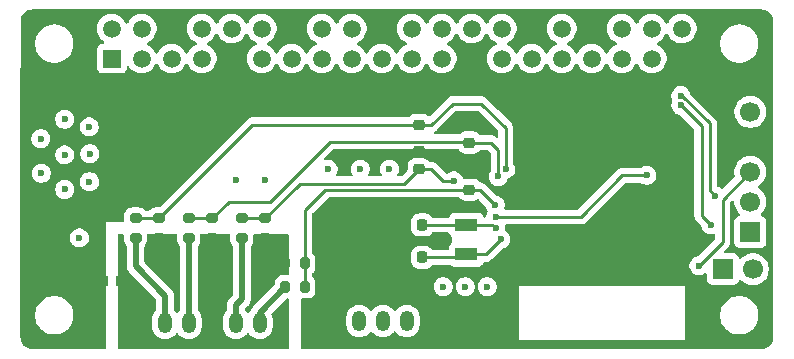
<source format=gbr>
%TF.GenerationSoftware,KiCad,Pcbnew,9.0.1*%
%TF.CreationDate,2025-04-15T21:25:17-04:00*%
%TF.ProjectId,psocpcb,70736f63-7063-4622-9e6b-696361645f70,rev?*%
%TF.SameCoordinates,Original*%
%TF.FileFunction,Copper,L4,Bot*%
%TF.FilePolarity,Positive*%
%FSLAX46Y46*%
G04 Gerber Fmt 4.6, Leading zero omitted, Abs format (unit mm)*
G04 Created by KiCad (PCBNEW 9.0.1) date 2025-04-15 21:25:17*
%MOMM*%
%LPD*%
G01*
G04 APERTURE LIST*
G04 Aperture macros list*
%AMRoundRect*
0 Rectangle with rounded corners*
0 $1 Rounding radius*
0 $2 $3 $4 $5 $6 $7 $8 $9 X,Y pos of 4 corners*
0 Add a 4 corners polygon primitive as box body*
4,1,4,$2,$3,$4,$5,$6,$7,$8,$9,$2,$3,0*
0 Add four circle primitives for the rounded corners*
1,1,$1+$1,$2,$3*
1,1,$1+$1,$4,$5*
1,1,$1+$1,$6,$7*
1,1,$1+$1,$8,$9*
0 Add four rect primitives between the rounded corners*
20,1,$1+$1,$2,$3,$4,$5,0*
20,1,$1+$1,$4,$5,$6,$7,0*
20,1,$1+$1,$6,$7,$8,$9,0*
20,1,$1+$1,$8,$9,$2,$3,0*%
G04 Aperture macros list end*
%TA.AperFunction,ComponentPad*%
%ADD10RoundRect,0.250000X-0.350000X-0.625000X0.350000X-0.625000X0.350000X0.625000X-0.350000X0.625000X0*%
%TD*%
%TA.AperFunction,ComponentPad*%
%ADD11O,1.200000X1.750000*%
%TD*%
%TA.AperFunction,ComponentPad*%
%ADD12R,1.700000X1.700000*%
%TD*%
%TA.AperFunction,ComponentPad*%
%ADD13C,1.700000*%
%TD*%
%TA.AperFunction,ComponentPad*%
%ADD14R,1.508000X1.508000*%
%TD*%
%TA.AperFunction,ComponentPad*%
%ADD15C,1.508000*%
%TD*%
%TA.AperFunction,SMDPad,CuDef*%
%ADD16RoundRect,0.200000X-0.275000X0.200000X-0.275000X-0.200000X0.275000X-0.200000X0.275000X0.200000X0*%
%TD*%
%TA.AperFunction,SMDPad,CuDef*%
%ADD17R,1.900000X1.100000*%
%TD*%
%TA.AperFunction,SMDPad,CuDef*%
%ADD18RoundRect,0.200000X0.275000X-0.200000X0.275000X0.200000X-0.275000X0.200000X-0.275000X-0.200000X0*%
%TD*%
%TA.AperFunction,SMDPad,CuDef*%
%ADD19RoundRect,0.225000X-0.250000X0.225000X-0.250000X-0.225000X0.250000X-0.225000X0.250000X0.225000X0*%
%TD*%
%TA.AperFunction,SMDPad,CuDef*%
%ADD20RoundRect,0.200000X-0.200000X-0.275000X0.200000X-0.275000X0.200000X0.275000X-0.200000X0.275000X0*%
%TD*%
%TA.AperFunction,SMDPad,CuDef*%
%ADD21RoundRect,0.218750X-0.218750X-0.256250X0.218750X-0.256250X0.218750X0.256250X-0.218750X0.256250X0*%
%TD*%
%TA.AperFunction,SMDPad,CuDef*%
%ADD22RoundRect,0.225000X0.225000X0.250000X-0.225000X0.250000X-0.225000X-0.250000X0.225000X-0.250000X0*%
%TD*%
%TA.AperFunction,SMDPad,CuDef*%
%ADD23RoundRect,0.200000X0.200000X0.275000X-0.200000X0.275000X-0.200000X-0.275000X0.200000X-0.275000X0*%
%TD*%
%TA.AperFunction,ViaPad*%
%ADD24C,0.600000*%
%TD*%
%TA.AperFunction,Conductor*%
%ADD25C,0.254000*%
%TD*%
%TA.AperFunction,Conductor*%
%ADD26C,0.508000*%
%TD*%
G04 APERTURE END LIST*
D10*
%TO.P,J5,1,Pin_1*%
%TO.N,GND*%
X99450000Y-73900000D03*
D11*
%TO.P,J5,2,Pin_2*%
%TO.N,/5V*%
X101450000Y-73900000D03*
%TO.P,J5,3,Pin_3*%
%TO.N,/SCL1.8*%
X103450000Y-73900000D03*
%TO.P,J5,4,Pin_4*%
%TO.N,/SDA1.8*%
X105450000Y-73900000D03*
%TD*%
D12*
%TO.P,J2,1,Pin_1*%
%TO.N,/usbtx*%
X132225000Y-69500000D03*
D13*
%TO.P,J2,2,Pin_2*%
%TO.N,/usbrx*%
X134765000Y-69500000D03*
%TD*%
D12*
%TO.P,J1,1,Pin_1*%
%TO.N,/SWDIO*%
X134550000Y-66340000D03*
D13*
%TO.P,J1,2,Pin_2*%
%TO.N,/SWDCLK*%
X134550000Y-63800000D03*
%TO.P,J1,3,Pin_3*%
%TO.N,/XRES*%
X134550000Y-61260000D03*
%TO.P,J1,4,Pin_4*%
%TO.N,GND*%
X134550000Y-58720000D03*
%TO.P,J1,5,Pin_5*%
%TO.N,/VTAG*%
X134550000Y-56180000D03*
%TD*%
D14*
%TO.P,A1,1,3V3[1]*%
%TO.N,unconnected-(A1-3V3[1]-Pad1)*%
X80485000Y-51670000D03*
D15*
%TO.P,A1,2,5V[1]*%
%TO.N,Net-(A1-5V[1])*%
X80485000Y-49130000D03*
%TO.P,A1,3,GPIO2/SDA*%
%TO.N,unconnected-(A1-GPIO2{slash}SDA-Pad3)*%
X83025000Y-51670000D03*
%TO.P,A1,4,5V[2]*%
%TO.N,Net-(A1-5V[1])*%
X83025000Y-49130000D03*
%TO.P,A1,5,GPIO3/SCL*%
%TO.N,unconnected-(A1-GPIO3{slash}SCL-Pad5)*%
X85565000Y-51670000D03*
%TO.P,A1,6,GND[8]*%
%TO.N,GND*%
X85565000Y-49130000D03*
%TO.P,A1,7,GPIO4/GPCKL0*%
%TO.N,/reset*%
X88105000Y-51670000D03*
%TO.P,A1,8,TXD0/GPIO14*%
%TO.N,/MCURX*%
X88105000Y-49130000D03*
%TO.P,A1,9,GND[1]*%
%TO.N,GND*%
X90645000Y-51670000D03*
%TO.P,A1,10,RXD0/GPIO15*%
%TO.N,/MCUTX*%
X90645000Y-49130000D03*
%TO.P,A1,11,GPIO17/GEN0*%
%TO.N,unconnected-(A1-GPIO17{slash}GEN0-Pad11)*%
X93185000Y-51670000D03*
%TO.P,A1,12,GPIO18*%
%TO.N,unconnected-(A1-GPIO18-Pad12)*%
X93185000Y-49130000D03*
%TO.P,A1,13,GPIO27/GEN2*%
%TO.N,unconnected-(A1-GPIO27{slash}GEN2-Pad13)*%
X95725000Y-51670000D03*
%TO.P,A1,14,GND[4]*%
%TO.N,GND*%
X95725000Y-49130000D03*
%TO.P,A1,15,GPIO22/GEN3*%
%TO.N,unconnected-(A1-GPIO22{slash}GEN3-Pad15)*%
X98265000Y-51670000D03*
%TO.P,A1,16,GEN4/GPIO23*%
%TO.N,unconnected-(A1-GEN4{slash}GPIO23-Pad16)*%
X98265000Y-49130000D03*
%TO.P,A1,17,3V3[2]*%
%TO.N,unconnected-(A1-3V3[2]-Pad17)*%
X100805000Y-51670000D03*
%TO.P,A1,18,GEN5/GPIO24*%
%TO.N,unconnected-(A1-GEN5{slash}GPIO24-Pad18)*%
X100805000Y-49130000D03*
%TO.P,A1,19,GPIO10/MOSI*%
%TO.N,unconnected-(A1-GPIO10{slash}MOSI-Pad19)*%
X103345000Y-51670000D03*
%TO.P,A1,20,GND[5]*%
%TO.N,GND*%
X103345000Y-49130000D03*
%TO.P,A1,21,GPIO9/MISO*%
%TO.N,unconnected-(A1-GPIO9{slash}MISO-Pad21)*%
X105885000Y-51670000D03*
%TO.P,A1,22,GEN/6GPIO25*%
%TO.N,unconnected-(A1-GEN{slash}6GPIO25-Pad22)*%
X105885000Y-49130000D03*
%TO.P,A1,23,GPIO11/SCLK*%
%TO.N,unconnected-(A1-GPIO11{slash}SCLK-Pad23)*%
X108425000Y-51670000D03*
%TO.P,A1,24,~{CE0}/GPIO8*%
%TO.N,unconnected-(A1-~{CE0}{slash}GPIO8-Pad24)*%
X108425000Y-49130000D03*
%TO.P,A1,25,GND[2]*%
%TO.N,GND*%
X110965000Y-51670000D03*
%TO.P,A1,26,~{CE1}/~{GPIO7}*%
%TO.N,unconnected-(A1-~{CE1}{slash}~{GPIO7}-Pad26)*%
X110965000Y-49130000D03*
%TO.P,A1,27,ID_SD*%
%TO.N,unconnected-(A1-ID_SD-Pad27)*%
X113505000Y-51670000D03*
%TO.P,A1,28,ID_SC*%
%TO.N,unconnected-(A1-ID_SC-Pad28)*%
X113505000Y-49130000D03*
%TO.P,A1,29,GPIO5*%
%TO.N,unconnected-(A1-GPIO5-Pad29)*%
X116045000Y-51670000D03*
%TO.P,A1,30,GND[6]*%
%TO.N,GND*%
X116045000Y-49130000D03*
%TO.P,A1,31,GPIO6*%
%TO.N,unconnected-(A1-GPIO6-Pad31)*%
X118585000Y-51670000D03*
%TO.P,A1,32,GPIO12*%
%TO.N,unconnected-(A1-GPIO12-Pad32)*%
X118585000Y-49130000D03*
%TO.P,A1,33,GPIO13*%
%TO.N,unconnected-(A1-GPIO13-Pad33)*%
X121125000Y-51670000D03*
%TO.P,A1,34,GND[7]*%
%TO.N,GND*%
X121125000Y-49130000D03*
%TO.P,A1,35,GPIO19*%
%TO.N,unconnected-(A1-GPIO19-Pad35)*%
X123665000Y-51670000D03*
%TO.P,A1,36,GPIO16*%
%TO.N,unconnected-(A1-GPIO16-Pad36)*%
X123665000Y-49130000D03*
%TO.P,A1,37,GPIO26*%
%TO.N,unconnected-(A1-GPIO26-Pad37)*%
X126205000Y-51670000D03*
%TO.P,A1,38,GPIO20*%
%TO.N,unconnected-(A1-GPIO20-Pad38)*%
X126205000Y-49130000D03*
%TO.P,A1,39,GND[3]*%
%TO.N,GND*%
X128745000Y-51670000D03*
%TO.P,A1,40,GPIO21*%
%TO.N,unconnected-(A1-GPIO21-Pad40)*%
X128745000Y-49130000D03*
%TD*%
D10*
%TO.P,J7,1,Pin_1*%
%TO.N,GNDA*%
X83000000Y-74050000D03*
D11*
%TO.P,J7,2,Pin_2*%
%TO.N,/ADC2_raw*%
X85000000Y-74050000D03*
%TO.P,J7,3,Pin_3*%
%TO.N,/ADC3_raw*%
X87000000Y-74050000D03*
%TO.P,J7,4,Pin_4*%
%TO.N,GNDA*%
X89000000Y-74050000D03*
%TO.P,J7,5,Pin_5*%
%TO.N,/ADC1_raw*%
X91000000Y-74050000D03*
%TO.P,J7,6,Pin_6*%
%TO.N,/ADC0_raw*%
X93000000Y-74050000D03*
%TD*%
D16*
%TO.P,R10,1*%
%TO.N,/ADC3*%
X87000000Y-65175000D03*
%TO.P,R10,2*%
%TO.N,/ADC3_raw*%
X87000000Y-66825000D03*
%TD*%
D17*
%TO.P,Y1,1*%
%TO.N,Net-(U7-P0.1)*%
X110500000Y-65750000D03*
%TO.P,Y1,2*%
%TO.N,Net-(U7-P0.0)*%
X110500000Y-68250000D03*
%TD*%
D18*
%TO.P,R5,1*%
%TO.N,GNDA*%
X84500000Y-66825000D03*
%TO.P,R5,2*%
%TO.N,/ADC2*%
X84500000Y-65175000D03*
%TD*%
D19*
%TO.P,C8,1*%
%TO.N,GND*%
X106500000Y-59475000D03*
%TO.P,C8,2*%
%TO.N,/ADC1*%
X106500000Y-61025000D03*
%TD*%
D18*
%TO.P,R6,1*%
%TO.N,GNDA*%
X89000000Y-66825000D03*
%TO.P,R6,2*%
%TO.N,/ADC3*%
X89000000Y-65175000D03*
%TD*%
D16*
%TO.P,R8,1*%
%TO.N,/ADC1*%
X91500000Y-65175000D03*
%TO.P,R8,2*%
%TO.N,/ADC1_raw*%
X91500000Y-66825000D03*
%TD*%
D19*
%TO.P,C14,1*%
%TO.N,GND*%
X110750000Y-57225000D03*
%TO.P,C14,2*%
%TO.N,/ADC3*%
X110750000Y-58775000D03*
%TD*%
D20*
%TO.P,R3,1*%
%TO.N,GNDA*%
X95175000Y-69000000D03*
%TO.P,R3,2*%
%TO.N,/ADC0*%
X96825000Y-69000000D03*
%TD*%
D19*
%TO.P,C13,1*%
%TO.N,GND*%
X106500000Y-55725000D03*
%TO.P,C13,2*%
%TO.N,/ADC2*%
X106500000Y-57275000D03*
%TD*%
D18*
%TO.P,R4,1*%
%TO.N,GNDA*%
X93500000Y-66825000D03*
%TO.P,R4,2*%
%TO.N,/ADC1*%
X93500000Y-65175000D03*
%TD*%
D21*
%TO.P,FB1,1*%
%TO.N,GND*%
X79712500Y-70500000D03*
%TO.P,FB1,2*%
%TO.N,GNDA*%
X81287500Y-70500000D03*
%TD*%
D22*
%TO.P,C2,1*%
%TO.N,Net-(U7-P0.0)*%
X106775000Y-68500000D03*
%TO.P,C2,2*%
%TO.N,GND*%
X105225000Y-68500000D03*
%TD*%
%TO.P,C1,1*%
%TO.N,Net-(U7-P0.1)*%
X106775000Y-65750000D03*
%TO.P,C1,2*%
%TO.N,GND*%
X105225000Y-65750000D03*
%TD*%
D16*
%TO.P,R9,1*%
%TO.N,/ADC2*%
X82500000Y-65175000D03*
%TO.P,R9,2*%
%TO.N,/ADC2_raw*%
X82500000Y-66825000D03*
%TD*%
D19*
%TO.P,C7,1*%
%TO.N,GND*%
X110750000Y-61225000D03*
%TO.P,C7,2*%
%TO.N,/ADC0*%
X110750000Y-62775000D03*
%TD*%
D23*
%TO.P,R7,1*%
%TO.N,/ADC0*%
X96825000Y-71000000D03*
%TO.P,R7,2*%
%TO.N,/ADC0_raw*%
X95175000Y-71000000D03*
%TD*%
D24*
%TO.N,GND*%
X75250000Y-53100000D03*
X99275000Y-64975000D03*
X112175000Y-57525000D03*
X109325000Y-57375000D03*
X111800000Y-60075000D03*
X78250000Y-53050000D03*
X113875000Y-71900000D03*
X130000000Y-71350000D03*
X117325000Y-70125000D03*
X109675000Y-60350000D03*
X76250000Y-69025000D03*
X101350000Y-65000000D03*
X126800000Y-70200000D03*
X76225000Y-66225000D03*
%TO.N,/SDA*%
X125800000Y-61550000D03*
X113000000Y-65075000D03*
%TO.N,/ADC0*%
X112950000Y-64075000D03*
%TO.N,/ADC1*%
X109450000Y-62025000D03*
%TO.N,/ADC2*%
X113850000Y-61025000D03*
%TO.N,/ADC3*%
X113200000Y-61650000D03*
%TO.N,/SWDCLK*%
X131550000Y-63275000D03*
X128675000Y-54800000D03*
%TO.N,/SWDIO*%
X128675000Y-55625000D03*
X131200000Y-65725000D03*
%TO.N,/5V*%
X78625000Y-59725000D03*
X78575000Y-57450000D03*
X74475000Y-58450000D03*
X76500000Y-59825000D03*
X77750000Y-66850000D03*
X76500000Y-56800000D03*
X78600000Y-62100000D03*
X74525000Y-61375000D03*
X76500000Y-62750000D03*
%TO.N,GNDA*%
X89325000Y-70200000D03*
X81875000Y-71925000D03*
X85500000Y-70150000D03*
X89325000Y-72150000D03*
X93450000Y-70150000D03*
%TO.N,/VTAG*%
X91025000Y-61950000D03*
X108550000Y-70975000D03*
X101525000Y-61025000D03*
X98800000Y-61025000D03*
X112275000Y-70975000D03*
X93450000Y-61975000D03*
X104000000Y-61025000D03*
X110425000Y-70975000D03*
%TO.N,Net-(U7-P0.1)*%
X112975000Y-66050000D03*
%TO.N,Net-(U7-P0.0)*%
X113425000Y-66975000D03*
%TO.N,/XRES*%
X130200000Y-69200000D03*
%TD*%
D25*
%TO.N,/SDA*%
X120175000Y-65075000D02*
X113000000Y-65075000D01*
X125800000Y-61550000D02*
X123700000Y-61550000D01*
X123700000Y-61550000D02*
X120175000Y-65075000D01*
D26*
%TO.N,/ADC2_raw*%
X82500000Y-69250000D02*
X82500000Y-66825000D01*
X85000000Y-71750000D02*
X82500000Y-69250000D01*
X85000000Y-74050000D02*
X85000000Y-71750000D01*
%TO.N,/ADC3_raw*%
X87000000Y-74050000D02*
X87000000Y-66825000D01*
%TO.N,/ADC1_raw*%
X91000000Y-72525000D02*
X91500000Y-72025000D01*
X91000000Y-74050000D02*
X91000000Y-72525000D01*
X91500000Y-72025000D02*
X91500000Y-66825000D01*
%TO.N,/ADC0_raw*%
X93000000Y-73175000D02*
X95175000Y-71000000D01*
X93000000Y-74050000D02*
X93000000Y-73175000D01*
D25*
%TO.N,/ADC0*%
X111650000Y-62775000D02*
X110750000Y-62775000D01*
X96825000Y-69000000D02*
X96825000Y-71000000D01*
X98575000Y-62775000D02*
X96825000Y-64525000D01*
X96825000Y-64525000D02*
X96825000Y-69000000D01*
X112950000Y-64075000D02*
X111650000Y-62775000D01*
X110750000Y-62775000D02*
X98575000Y-62775000D01*
%TO.N,/ADC1*%
X91500000Y-65175000D02*
X93500000Y-65175000D01*
X96400000Y-62275000D02*
X93500000Y-65175000D01*
X108550000Y-62025000D02*
X107550000Y-61025000D01*
X107550000Y-61025000D02*
X106500000Y-61025000D01*
X105250000Y-62275000D02*
X96400000Y-62275000D01*
X109450000Y-62025000D02*
X108550000Y-62025000D01*
X106500000Y-61025000D02*
X105250000Y-62275000D01*
%TO.N,/ADC2*%
X113850000Y-57550000D02*
X113850000Y-61025000D01*
X92400000Y-57275000D02*
X84500000Y-65175000D01*
X82500000Y-65175000D02*
X84500000Y-65175000D01*
X106500000Y-57275000D02*
X107550000Y-57275000D01*
X107550000Y-57275000D02*
X109350000Y-55475000D01*
X106500000Y-57275000D02*
X92400000Y-57275000D01*
X109350000Y-55475000D02*
X111775000Y-55475000D01*
X111775000Y-55475000D02*
X113850000Y-57550000D01*
%TO.N,/ADC3*%
X113200000Y-59400000D02*
X112575000Y-58775000D01*
X90375000Y-63800000D02*
X89000000Y-65175000D01*
X87000000Y-65175000D02*
X89000000Y-65175000D01*
X110750000Y-58775000D02*
X110672000Y-58697000D01*
X112575000Y-58775000D02*
X110750000Y-58775000D01*
X98953000Y-58697000D02*
X93850000Y-63800000D01*
X93850000Y-63800000D02*
X90375000Y-63800000D01*
X110672000Y-58697000D02*
X98953000Y-58697000D01*
X113200000Y-61650000D02*
X113200000Y-59400000D01*
%TO.N,/SWDCLK*%
X131100000Y-57161873D02*
X128738127Y-54800000D01*
X131100000Y-62825000D02*
X131100000Y-57161873D01*
X131550000Y-63275000D02*
X131100000Y-62825000D01*
X128738127Y-54800000D02*
X128675000Y-54800000D01*
%TO.N,/SWDIO*%
X130450000Y-57375000D02*
X130425000Y-57375000D01*
X130425000Y-57375000D02*
X128675000Y-55625000D01*
X131200000Y-65725000D02*
X130450000Y-64975000D01*
X130450000Y-64975000D02*
X130450000Y-57375000D01*
%TO.N,Net-(U7-P0.1)*%
X106775000Y-65750000D02*
X110500000Y-65750000D01*
X112675000Y-65750000D02*
X110500000Y-65750000D01*
X112975000Y-66050000D02*
X112675000Y-65750000D01*
%TO.N,Net-(U7-P0.0)*%
X106775000Y-68500000D02*
X110250000Y-68500000D01*
X113425000Y-66975000D02*
X112150000Y-68250000D01*
X110250000Y-68500000D02*
X110500000Y-68250000D01*
X112150000Y-68250000D02*
X110500000Y-68250000D01*
%TO.N,/XRES*%
X132200000Y-63610000D02*
X134550000Y-61260000D01*
X130200000Y-69200000D02*
X132200000Y-67200000D01*
X132200000Y-67200000D02*
X132200000Y-63610000D01*
%TD*%
%TA.AperFunction,Conductor*%
%TO.N,GND*%
G36*
X135505387Y-47500971D02*
G01*
X135661021Y-47514587D01*
X135682297Y-47518338D01*
X135827951Y-47557366D01*
X135848261Y-47564759D01*
X135984915Y-47628482D01*
X136003633Y-47639289D01*
X136127154Y-47725779D01*
X136143712Y-47739673D01*
X136250326Y-47846287D01*
X136264220Y-47862845D01*
X136350710Y-47986366D01*
X136361517Y-48005084D01*
X136425240Y-48141738D01*
X136432633Y-48162049D01*
X136471659Y-48307696D01*
X136475412Y-48328982D01*
X136486838Y-48459584D01*
X136487968Y-48472495D01*
X136489028Y-48484604D01*
X136489500Y-48495412D01*
X136489500Y-48563459D01*
X136489555Y-48564300D01*
X136509494Y-75244546D01*
X136509022Y-75255446D01*
X136495412Y-75411016D01*
X136491659Y-75432303D01*
X136452633Y-75577950D01*
X136445240Y-75598261D01*
X136381517Y-75734915D01*
X136370710Y-75753633D01*
X136284220Y-75877154D01*
X136270326Y-75893712D01*
X136163712Y-76000326D01*
X136147154Y-76014220D01*
X136023633Y-76100710D01*
X136004915Y-76111517D01*
X135868261Y-76175240D01*
X135847950Y-76182633D01*
X135702303Y-76221659D01*
X135681016Y-76225412D01*
X135525387Y-76239028D01*
X135514600Y-76239500D01*
X135454108Y-76239500D01*
X135454070Y-76239509D01*
X135446247Y-76239511D01*
X96624020Y-76245794D01*
X96556977Y-76226120D01*
X96511214Y-76173324D01*
X96500000Y-76121794D01*
X96500000Y-75500000D01*
X115000000Y-75500000D01*
X129000000Y-75500000D01*
X129000000Y-73272070D01*
X131989500Y-73272070D01*
X131989500Y-73527929D01*
X132029526Y-73780640D01*
X132108588Y-74023972D01*
X132108589Y-74023975D01*
X132224750Y-74251950D01*
X132375132Y-74458935D01*
X132375136Y-74458940D01*
X132556059Y-74639863D01*
X132556064Y-74639867D01*
X132721871Y-74760332D01*
X132763053Y-74790252D01*
X132912080Y-74866185D01*
X132991024Y-74906410D01*
X132991027Y-74906411D01*
X133112693Y-74945942D01*
X133234361Y-74985474D01*
X133487070Y-75025500D01*
X133487071Y-75025500D01*
X133742929Y-75025500D01*
X133742930Y-75025500D01*
X133995639Y-74985474D01*
X134238975Y-74906410D01*
X134466947Y-74790252D01*
X134673942Y-74639862D01*
X134854862Y-74458942D01*
X135005252Y-74251947D01*
X135121410Y-74023975D01*
X135200474Y-73780639D01*
X135240500Y-73527930D01*
X135240500Y-73272070D01*
X135200474Y-73019361D01*
X135160942Y-72897693D01*
X135121411Y-72776027D01*
X135121410Y-72776024D01*
X135081185Y-72697080D01*
X135005252Y-72548053D01*
X134986038Y-72521607D01*
X134854867Y-72341064D01*
X134854863Y-72341059D01*
X134673940Y-72160136D01*
X134673935Y-72160132D01*
X134466950Y-72009750D01*
X134466949Y-72009749D01*
X134466947Y-72009748D01*
X134387144Y-71969086D01*
X134238975Y-71893589D01*
X134238972Y-71893588D01*
X133995640Y-71814526D01*
X133869284Y-71794513D01*
X133742930Y-71774500D01*
X133487070Y-71774500D01*
X133402833Y-71787842D01*
X133234359Y-71814526D01*
X132991027Y-71893588D01*
X132991024Y-71893589D01*
X132763049Y-72009750D01*
X132556064Y-72160132D01*
X132556059Y-72160136D01*
X132375136Y-72341059D01*
X132375132Y-72341064D01*
X132224750Y-72548049D01*
X132108589Y-72776024D01*
X132108588Y-72776027D01*
X132029526Y-73019359D01*
X131989500Y-73272070D01*
X129000000Y-73272070D01*
X129000000Y-70900000D01*
X115000000Y-70900000D01*
X115000000Y-75500000D01*
X96500000Y-75500000D01*
X96500000Y-73538389D01*
X100349500Y-73538389D01*
X100349500Y-74261611D01*
X100376598Y-74432701D01*
X100430127Y-74597445D01*
X100508768Y-74751788D01*
X100610586Y-74891928D01*
X100733072Y-75014414D01*
X100873212Y-75116232D01*
X101027555Y-75194873D01*
X101192299Y-75248402D01*
X101363389Y-75275500D01*
X101363390Y-75275500D01*
X101536610Y-75275500D01*
X101536611Y-75275500D01*
X101707701Y-75248402D01*
X101872445Y-75194873D01*
X102026788Y-75116232D01*
X102166928Y-75014414D01*
X102289414Y-74891928D01*
X102349682Y-74808975D01*
X102405012Y-74766311D01*
X102474626Y-74760332D01*
X102536421Y-74792938D01*
X102550315Y-74808973D01*
X102610586Y-74891928D01*
X102733072Y-75014414D01*
X102873212Y-75116232D01*
X103027555Y-75194873D01*
X103192299Y-75248402D01*
X103363389Y-75275500D01*
X103363390Y-75275500D01*
X103536610Y-75275500D01*
X103536611Y-75275500D01*
X103707701Y-75248402D01*
X103872445Y-75194873D01*
X104026788Y-75116232D01*
X104166928Y-75014414D01*
X104289414Y-74891928D01*
X104349682Y-74808975D01*
X104405012Y-74766311D01*
X104474626Y-74760332D01*
X104536421Y-74792938D01*
X104550315Y-74808973D01*
X104610586Y-74891928D01*
X104733072Y-75014414D01*
X104873212Y-75116232D01*
X105027555Y-75194873D01*
X105192299Y-75248402D01*
X105363389Y-75275500D01*
X105363390Y-75275500D01*
X105536610Y-75275500D01*
X105536611Y-75275500D01*
X105707701Y-75248402D01*
X105872445Y-75194873D01*
X106026788Y-75116232D01*
X106166928Y-75014414D01*
X106289414Y-74891928D01*
X106391232Y-74751788D01*
X106469873Y-74597445D01*
X106523402Y-74432701D01*
X106550500Y-74261611D01*
X106550500Y-73538389D01*
X106523402Y-73367299D01*
X106469873Y-73202555D01*
X106391232Y-73048212D01*
X106289414Y-72908072D01*
X106166928Y-72785586D01*
X106026788Y-72683768D01*
X105872445Y-72605127D01*
X105707701Y-72551598D01*
X105707699Y-72551597D01*
X105707698Y-72551597D01*
X105576271Y-72530781D01*
X105536611Y-72524500D01*
X105363389Y-72524500D01*
X105323728Y-72530781D01*
X105192302Y-72551597D01*
X105027552Y-72605128D01*
X104873211Y-72683768D01*
X104793256Y-72741859D01*
X104733072Y-72785586D01*
X104733070Y-72785588D01*
X104733069Y-72785588D01*
X104610588Y-72908069D01*
X104610581Y-72908078D01*
X104550317Y-72991023D01*
X104494987Y-73033689D01*
X104425374Y-73039667D01*
X104363579Y-73007061D01*
X104349683Y-72991023D01*
X104289418Y-72908078D01*
X104289414Y-72908072D01*
X104166928Y-72785586D01*
X104026788Y-72683768D01*
X103872445Y-72605127D01*
X103707701Y-72551598D01*
X103707699Y-72551597D01*
X103707698Y-72551597D01*
X103576271Y-72530781D01*
X103536611Y-72524500D01*
X103363389Y-72524500D01*
X103323728Y-72530781D01*
X103192302Y-72551597D01*
X103027552Y-72605128D01*
X102873211Y-72683768D01*
X102793256Y-72741859D01*
X102733072Y-72785586D01*
X102733070Y-72785588D01*
X102733069Y-72785588D01*
X102610588Y-72908069D01*
X102610581Y-72908078D01*
X102550317Y-72991023D01*
X102494987Y-73033689D01*
X102425374Y-73039667D01*
X102363579Y-73007061D01*
X102349683Y-72991023D01*
X102289418Y-72908078D01*
X102289414Y-72908072D01*
X102166928Y-72785586D01*
X102026788Y-72683768D01*
X101872445Y-72605127D01*
X101707701Y-72551598D01*
X101707699Y-72551597D01*
X101707698Y-72551597D01*
X101576271Y-72530781D01*
X101536611Y-72524500D01*
X101363389Y-72524500D01*
X101323728Y-72530781D01*
X101192302Y-72551597D01*
X101027552Y-72605128D01*
X100873211Y-72683768D01*
X100793256Y-72741859D01*
X100733072Y-72785586D01*
X100733070Y-72785588D01*
X100733069Y-72785588D01*
X100610588Y-72908069D01*
X100610588Y-72908070D01*
X100610586Y-72908072D01*
X100610582Y-72908078D01*
X100508768Y-73048211D01*
X100430128Y-73202552D01*
X100376597Y-73367302D01*
X100351157Y-73527929D01*
X100349500Y-73538389D01*
X96500000Y-73538389D01*
X96500000Y-72099500D01*
X96519685Y-72032461D01*
X96572489Y-71986706D01*
X96624000Y-71975500D01*
X97081613Y-71975500D01*
X97081616Y-71975500D01*
X97152196Y-71969086D01*
X97314606Y-71918478D01*
X97460185Y-71830472D01*
X97580472Y-71710185D01*
X97668478Y-71564606D01*
X97719086Y-71402196D01*
X97725500Y-71331616D01*
X97725500Y-70896153D01*
X107749500Y-70896153D01*
X107749500Y-71053846D01*
X107780261Y-71208489D01*
X107780264Y-71208501D01*
X107840602Y-71354172D01*
X107840609Y-71354185D01*
X107928210Y-71485288D01*
X107928213Y-71485292D01*
X108039707Y-71596786D01*
X108039711Y-71596789D01*
X108170814Y-71684390D01*
X108170827Y-71684397D01*
X108316498Y-71744735D01*
X108316503Y-71744737D01*
X108466131Y-71774500D01*
X108471153Y-71775499D01*
X108471156Y-71775500D01*
X108471158Y-71775500D01*
X108628844Y-71775500D01*
X108628845Y-71775499D01*
X108783497Y-71744737D01*
X108929179Y-71684394D01*
X109060289Y-71596789D01*
X109171789Y-71485289D01*
X109259394Y-71354179D01*
X109319737Y-71208497D01*
X109350500Y-71053842D01*
X109350500Y-70896158D01*
X109350500Y-70896155D01*
X109350499Y-70896153D01*
X109624500Y-70896153D01*
X109624500Y-71053846D01*
X109655261Y-71208489D01*
X109655264Y-71208501D01*
X109715602Y-71354172D01*
X109715609Y-71354185D01*
X109803210Y-71485288D01*
X109803213Y-71485292D01*
X109914707Y-71596786D01*
X109914711Y-71596789D01*
X110045814Y-71684390D01*
X110045827Y-71684397D01*
X110191498Y-71744735D01*
X110191503Y-71744737D01*
X110341131Y-71774500D01*
X110346153Y-71775499D01*
X110346156Y-71775500D01*
X110346158Y-71775500D01*
X110503844Y-71775500D01*
X110503845Y-71775499D01*
X110658497Y-71744737D01*
X110804179Y-71684394D01*
X110935289Y-71596789D01*
X111046789Y-71485289D01*
X111134394Y-71354179D01*
X111194737Y-71208497D01*
X111225500Y-71053842D01*
X111225500Y-70896158D01*
X111225500Y-70896155D01*
X111225499Y-70896153D01*
X111474500Y-70896153D01*
X111474500Y-71053846D01*
X111505261Y-71208489D01*
X111505264Y-71208501D01*
X111565602Y-71354172D01*
X111565609Y-71354185D01*
X111653210Y-71485288D01*
X111653213Y-71485292D01*
X111764707Y-71596786D01*
X111764711Y-71596789D01*
X111895814Y-71684390D01*
X111895827Y-71684397D01*
X112041498Y-71744735D01*
X112041503Y-71744737D01*
X112191131Y-71774500D01*
X112196153Y-71775499D01*
X112196156Y-71775500D01*
X112196158Y-71775500D01*
X112353844Y-71775500D01*
X112353845Y-71775499D01*
X112508497Y-71744737D01*
X112654179Y-71684394D01*
X112785289Y-71596789D01*
X112896789Y-71485289D01*
X112984394Y-71354179D01*
X113044737Y-71208497D01*
X113075500Y-71053842D01*
X113075500Y-70896158D01*
X113075500Y-70896155D01*
X113070860Y-70872830D01*
X113070860Y-70872829D01*
X113044738Y-70741510D01*
X113044737Y-70741503D01*
X113014451Y-70668386D01*
X112984397Y-70595827D01*
X112984390Y-70595814D01*
X112896789Y-70464711D01*
X112896786Y-70464707D01*
X112785292Y-70353213D01*
X112785288Y-70353210D01*
X112654185Y-70265609D01*
X112654172Y-70265602D01*
X112508501Y-70205264D01*
X112508489Y-70205261D01*
X112353845Y-70174500D01*
X112353842Y-70174500D01*
X112196158Y-70174500D01*
X112196155Y-70174500D01*
X112041510Y-70205261D01*
X112041498Y-70205264D01*
X111895827Y-70265602D01*
X111895814Y-70265609D01*
X111764711Y-70353210D01*
X111764707Y-70353213D01*
X111653213Y-70464707D01*
X111653210Y-70464711D01*
X111565609Y-70595814D01*
X111565602Y-70595827D01*
X111505264Y-70741498D01*
X111505261Y-70741510D01*
X111474500Y-70896153D01*
X111225499Y-70896153D01*
X111220860Y-70872830D01*
X111194737Y-70741503D01*
X111164451Y-70668386D01*
X111134397Y-70595827D01*
X111134390Y-70595814D01*
X111046789Y-70464711D01*
X111046786Y-70464707D01*
X110935292Y-70353213D01*
X110935288Y-70353210D01*
X110804185Y-70265609D01*
X110804172Y-70265602D01*
X110658501Y-70205264D01*
X110658489Y-70205261D01*
X110503845Y-70174500D01*
X110503842Y-70174500D01*
X110346158Y-70174500D01*
X110346155Y-70174500D01*
X110191510Y-70205261D01*
X110191498Y-70205264D01*
X110045827Y-70265602D01*
X110045814Y-70265609D01*
X109914711Y-70353210D01*
X109914707Y-70353213D01*
X109803213Y-70464707D01*
X109803210Y-70464711D01*
X109715609Y-70595814D01*
X109715602Y-70595827D01*
X109655264Y-70741498D01*
X109655261Y-70741510D01*
X109624500Y-70896153D01*
X109350499Y-70896153D01*
X109345860Y-70872830D01*
X109319737Y-70741503D01*
X109289451Y-70668386D01*
X109259397Y-70595827D01*
X109259390Y-70595814D01*
X109171789Y-70464711D01*
X109171786Y-70464707D01*
X109060292Y-70353213D01*
X109060288Y-70353210D01*
X108929185Y-70265609D01*
X108929172Y-70265602D01*
X108783501Y-70205264D01*
X108783489Y-70205261D01*
X108628845Y-70174500D01*
X108628842Y-70174500D01*
X108471158Y-70174500D01*
X108471155Y-70174500D01*
X108316510Y-70205261D01*
X108316498Y-70205264D01*
X108170827Y-70265602D01*
X108170814Y-70265609D01*
X108039711Y-70353210D01*
X108039707Y-70353213D01*
X107928213Y-70464707D01*
X107928210Y-70464711D01*
X107840609Y-70595814D01*
X107840602Y-70595827D01*
X107780264Y-70741498D01*
X107780261Y-70741510D01*
X107749500Y-70896153D01*
X97725500Y-70896153D01*
X97725500Y-70668384D01*
X97719086Y-70597804D01*
X97668478Y-70435394D01*
X97580472Y-70289815D01*
X97580470Y-70289813D01*
X97580469Y-70289811D01*
X97488819Y-70198161D01*
X97474115Y-70171233D01*
X97457523Y-70145415D01*
X97456631Y-70139214D01*
X97455334Y-70136838D01*
X97452500Y-70110480D01*
X97452500Y-69889520D01*
X97472185Y-69822481D01*
X97488819Y-69801839D01*
X97580468Y-69710189D01*
X97580469Y-69710188D01*
X97580472Y-69710185D01*
X97668478Y-69564606D01*
X97719086Y-69402196D01*
X97725500Y-69331616D01*
X97725500Y-68668384D01*
X97719086Y-68597804D01*
X97668478Y-68435394D01*
X97580472Y-68289815D01*
X97580470Y-68289813D01*
X97580469Y-68289811D01*
X97488819Y-68198161D01*
X97455334Y-68136838D01*
X97452500Y-68110480D01*
X97452500Y-64836281D01*
X97472185Y-64769242D01*
X97488819Y-64748600D01*
X98798600Y-63438819D01*
X98859923Y-63405334D01*
X98886281Y-63402500D01*
X109827034Y-63402500D01*
X109894073Y-63422185D01*
X109924299Y-63449588D01*
X109927031Y-63453043D01*
X110046955Y-63572967D01*
X110046959Y-63572970D01*
X110191294Y-63661998D01*
X110191297Y-63661999D01*
X110191303Y-63662003D01*
X110352292Y-63715349D01*
X110451655Y-63725500D01*
X111048344Y-63725499D01*
X111048352Y-63725498D01*
X111048355Y-63725498D01*
X111102760Y-63719940D01*
X111147708Y-63715349D01*
X111308697Y-63662003D01*
X111436088Y-63583426D01*
X111503478Y-63564986D01*
X111570142Y-63585908D01*
X111588865Y-63601284D01*
X112124907Y-64137326D01*
X112158392Y-64198649D01*
X112158843Y-64200815D01*
X112180261Y-64308491D01*
X112180264Y-64308501D01*
X112240602Y-64454172D01*
X112240609Y-64454185D01*
X112300304Y-64543524D01*
X112321182Y-64610201D01*
X112302698Y-64677582D01*
X112300306Y-64681304D01*
X112290607Y-64695819D01*
X112290602Y-64695828D01*
X112230264Y-64841498D01*
X112230261Y-64841510D01*
X112199500Y-64996153D01*
X112199500Y-64998500D01*
X112199152Y-64999682D01*
X112198903Y-65002218D01*
X112198422Y-65002170D01*
X112196949Y-65007185D01*
X112198238Y-65016147D01*
X112187259Y-65040187D01*
X112179815Y-65065539D01*
X112172974Y-65071466D01*
X112169213Y-65079703D01*
X112146978Y-65093992D01*
X112127011Y-65111294D01*
X112116496Y-65113581D01*
X112110435Y-65117477D01*
X112075500Y-65122500D01*
X112041369Y-65122500D01*
X111974330Y-65102815D01*
X111928575Y-65050011D01*
X111925187Y-65041832D01*
X111893798Y-64957673D01*
X111893793Y-64957664D01*
X111807547Y-64842455D01*
X111807544Y-64842452D01*
X111692335Y-64756206D01*
X111692328Y-64756202D01*
X111557482Y-64705908D01*
X111557483Y-64705908D01*
X111497883Y-64699501D01*
X111497881Y-64699500D01*
X111497873Y-64699500D01*
X111497864Y-64699500D01*
X109502129Y-64699500D01*
X109502123Y-64699501D01*
X109442516Y-64705908D01*
X109307671Y-64756202D01*
X109307664Y-64756206D01*
X109192455Y-64842452D01*
X109192452Y-64842455D01*
X109106206Y-64957664D01*
X109106201Y-64957673D01*
X109074813Y-65041832D01*
X109032942Y-65097766D01*
X108967478Y-65122184D01*
X108958631Y-65122500D01*
X107688771Y-65122500D01*
X107621732Y-65102815D01*
X107583233Y-65063598D01*
X107572968Y-65046956D01*
X107453044Y-64927032D01*
X107453040Y-64927029D01*
X107308705Y-64838001D01*
X107308699Y-64837998D01*
X107308697Y-64837997D01*
X107284877Y-64830104D01*
X107147709Y-64784651D01*
X107048346Y-64774500D01*
X106501662Y-64774500D01*
X106501644Y-64774501D01*
X106402292Y-64784650D01*
X106402289Y-64784651D01*
X106241305Y-64837996D01*
X106241294Y-64838001D01*
X106096959Y-64927029D01*
X106096955Y-64927032D01*
X105977032Y-65046955D01*
X105977029Y-65046959D01*
X105888001Y-65191294D01*
X105887996Y-65191305D01*
X105834651Y-65352290D01*
X105824500Y-65451647D01*
X105824500Y-66048337D01*
X105824501Y-66048355D01*
X105834650Y-66147707D01*
X105834651Y-66147710D01*
X105887996Y-66308694D01*
X105888001Y-66308705D01*
X105977029Y-66453040D01*
X105977032Y-66453044D01*
X106096955Y-66572967D01*
X106096959Y-66572970D01*
X106241294Y-66661998D01*
X106241297Y-66661999D01*
X106241303Y-66662003D01*
X106402292Y-66715349D01*
X106501655Y-66725500D01*
X107048344Y-66725499D01*
X107048352Y-66725498D01*
X107048355Y-66725498D01*
X107108481Y-66719356D01*
X107147708Y-66715349D01*
X107308697Y-66662003D01*
X107453044Y-66572968D01*
X107572968Y-66453044D01*
X107583233Y-66436402D01*
X107635181Y-66389678D01*
X107688771Y-66377500D01*
X108958631Y-66377500D01*
X109025670Y-66397185D01*
X109071425Y-66449989D01*
X109074813Y-66458168D01*
X109106201Y-66542326D01*
X109106203Y-66542329D01*
X109106204Y-66542331D01*
X109192454Y-66657546D01*
X109200308Y-66663425D01*
X109242180Y-66719356D01*
X109250000Y-66762694D01*
X109250000Y-67237305D01*
X109230315Y-67304344D01*
X109200315Y-67336569D01*
X109192453Y-67342454D01*
X109192452Y-67342455D01*
X109106206Y-67457664D01*
X109106202Y-67457671D01*
X109055908Y-67592517D01*
X109049501Y-67652116D01*
X109049500Y-67652135D01*
X109049500Y-67748500D01*
X109029815Y-67815539D01*
X108977011Y-67861294D01*
X108925500Y-67872500D01*
X107688771Y-67872500D01*
X107621732Y-67852815D01*
X107583233Y-67813598D01*
X107572968Y-67796956D01*
X107453044Y-67677032D01*
X107453040Y-67677029D01*
X107308705Y-67588001D01*
X107308699Y-67587998D01*
X107308697Y-67587997D01*
X107308694Y-67587996D01*
X107147709Y-67534651D01*
X107048346Y-67524500D01*
X106501662Y-67524500D01*
X106501644Y-67524501D01*
X106402292Y-67534650D01*
X106402289Y-67534651D01*
X106241305Y-67587996D01*
X106241294Y-67588001D01*
X106096959Y-67677029D01*
X106096955Y-67677032D01*
X105977032Y-67796955D01*
X105977029Y-67796959D01*
X105888001Y-67941294D01*
X105887996Y-67941305D01*
X105834651Y-68102290D01*
X105824500Y-68201647D01*
X105824500Y-68798337D01*
X105824501Y-68798355D01*
X105834650Y-68897707D01*
X105834651Y-68897710D01*
X105887996Y-69058694D01*
X105888001Y-69058705D01*
X105977029Y-69203040D01*
X105977032Y-69203044D01*
X106096955Y-69322967D01*
X106096959Y-69322970D01*
X106241294Y-69411998D01*
X106241297Y-69411999D01*
X106241303Y-69412003D01*
X106402292Y-69465349D01*
X106501655Y-69475500D01*
X107048344Y-69475499D01*
X107048352Y-69475498D01*
X107048355Y-69475498D01*
X107102760Y-69469940D01*
X107147708Y-69465349D01*
X107308697Y-69412003D01*
X107453044Y-69322968D01*
X107572968Y-69203044D01*
X107583233Y-69186402D01*
X107635181Y-69139678D01*
X107688771Y-69127500D01*
X109111046Y-69127500D01*
X109178085Y-69147185D01*
X109185357Y-69152233D01*
X109192453Y-69157545D01*
X109192454Y-69157546D01*
X109307665Y-69243793D01*
X109307669Y-69243796D01*
X109307671Y-69243797D01*
X109442517Y-69294091D01*
X109442516Y-69294091D01*
X109449444Y-69294835D01*
X109502127Y-69300500D01*
X111497872Y-69300499D01*
X111557483Y-69294091D01*
X111692331Y-69243796D01*
X111807546Y-69157546D01*
X111893796Y-69042331D01*
X111916453Y-68981585D01*
X111925187Y-68958168D01*
X111967058Y-68902234D01*
X112032522Y-68877816D01*
X112041369Y-68877500D01*
X112211804Y-68877500D01*
X112211805Y-68877499D01*
X112333035Y-68853386D01*
X112420961Y-68816965D01*
X112447233Y-68806083D01*
X112550008Y-68737411D01*
X112637411Y-68650008D01*
X113487328Y-67800089D01*
X113548649Y-67766606D01*
X113550648Y-67766189D01*
X113658497Y-67744737D01*
X113804179Y-67684394D01*
X113935289Y-67596789D01*
X114046789Y-67485289D01*
X114134394Y-67354179D01*
X114194737Y-67208497D01*
X114225500Y-67053842D01*
X114225500Y-66896158D01*
X114225500Y-66896155D01*
X114225499Y-66896153D01*
X114204800Y-66792094D01*
X114194737Y-66741503D01*
X114193486Y-66738482D01*
X114134397Y-66595827D01*
X114134390Y-66595814D01*
X114046789Y-66464711D01*
X114046786Y-66464707D01*
X113935292Y-66353213D01*
X113935288Y-66353210D01*
X113823742Y-66278677D01*
X113778937Y-66225065D01*
X113770230Y-66155740D01*
X113771008Y-66151419D01*
X113775500Y-66128842D01*
X113775500Y-65971158D01*
X113775500Y-65971155D01*
X113775499Y-65971153D01*
X113751538Y-65850691D01*
X113757765Y-65781100D01*
X113800628Y-65725923D01*
X113866518Y-65702678D01*
X113873155Y-65702500D01*
X120236804Y-65702500D01*
X120236805Y-65702499D01*
X120358035Y-65678386D01*
X120431533Y-65647941D01*
X120461978Y-65635331D01*
X120461980Y-65635329D01*
X120472233Y-65631083D01*
X120575008Y-65562411D01*
X120662411Y-65475008D01*
X123923600Y-62213819D01*
X123984923Y-62180334D01*
X124011281Y-62177500D01*
X125260643Y-62177500D01*
X125327682Y-62197185D01*
X125329534Y-62198398D01*
X125420814Y-62259390D01*
X125420827Y-62259397D01*
X125566498Y-62319735D01*
X125566503Y-62319737D01*
X125721153Y-62350499D01*
X125721156Y-62350500D01*
X125721158Y-62350500D01*
X125878844Y-62350500D01*
X125878845Y-62350499D01*
X126033497Y-62319737D01*
X126149262Y-62271786D01*
X126179172Y-62259397D01*
X126179172Y-62259396D01*
X126179179Y-62259394D01*
X126310289Y-62171789D01*
X126421789Y-62060289D01*
X126509394Y-61929179D01*
X126516509Y-61912003D01*
X126550326Y-61830360D01*
X126569737Y-61783497D01*
X126600500Y-61628842D01*
X126600500Y-61471158D01*
X126600500Y-61471155D01*
X126600499Y-61471153D01*
X126594244Y-61439707D01*
X126569737Y-61316503D01*
X126569367Y-61315609D01*
X126509397Y-61170827D01*
X126509390Y-61170814D01*
X126421789Y-61039711D01*
X126421786Y-61039707D01*
X126310292Y-60928213D01*
X126310288Y-60928210D01*
X126179185Y-60840609D01*
X126179172Y-60840602D01*
X126033501Y-60780264D01*
X126033489Y-60780261D01*
X125878845Y-60749500D01*
X125878842Y-60749500D01*
X125721158Y-60749500D01*
X125721155Y-60749500D01*
X125566510Y-60780261D01*
X125566498Y-60780264D01*
X125420827Y-60840602D01*
X125420814Y-60840609D01*
X125329534Y-60901602D01*
X125262857Y-60922480D01*
X125260643Y-60922500D01*
X123638192Y-60922500D01*
X123516973Y-60946612D01*
X123516961Y-60946615D01*
X123476930Y-60963196D01*
X123476931Y-60963197D01*
X123402770Y-60993915D01*
X123402761Y-60993920D01*
X123326729Y-61044724D01*
X123326728Y-61044725D01*
X123299989Y-61062590D01*
X123299988Y-61062591D01*
X119951400Y-64411181D01*
X119890077Y-64444666D01*
X119863719Y-64447500D01*
X113843182Y-64447500D01*
X113776143Y-64427815D01*
X113730388Y-64375011D01*
X113720444Y-64305853D01*
X113721565Y-64299308D01*
X113750500Y-64153844D01*
X113750500Y-63996155D01*
X113750499Y-63996153D01*
X113748160Y-63984394D01*
X113719737Y-63841503D01*
X113716463Y-63833599D01*
X113659397Y-63695827D01*
X113659390Y-63695814D01*
X113571789Y-63564711D01*
X113571786Y-63564707D01*
X113460292Y-63453213D01*
X113460288Y-63453210D01*
X113329185Y-63365609D01*
X113329172Y-63365602D01*
X113183501Y-63305264D01*
X113183491Y-63305261D01*
X113075815Y-63283843D01*
X113013904Y-63251458D01*
X113012326Y-63249907D01*
X112050011Y-62287591D01*
X112050010Y-62287590D01*
X112035412Y-62277836D01*
X112035409Y-62277834D01*
X112031917Y-62275501D01*
X111947233Y-62218917D01*
X111902770Y-62200500D01*
X111895402Y-62197448D01*
X111895397Y-62197445D01*
X111833035Y-62171614D01*
X111833027Y-62171612D01*
X111711807Y-62147500D01*
X111711803Y-62147500D01*
X111672966Y-62147500D01*
X111605927Y-62127815D01*
X111575701Y-62100412D01*
X111572968Y-62096956D01*
X111453044Y-61977032D01*
X111453040Y-61977029D01*
X111308705Y-61888001D01*
X111308699Y-61887998D01*
X111308697Y-61887997D01*
X111279726Y-61878397D01*
X111147709Y-61834651D01*
X111048346Y-61824500D01*
X110451662Y-61824500D01*
X110451644Y-61824501D01*
X110352286Y-61834651D01*
X110347928Y-61835584D01*
X110278254Y-61830360D01*
X110222465Y-61788298D01*
X110207429Y-61761789D01*
X110159394Y-61645821D01*
X110159392Y-61645818D01*
X110159390Y-61645814D01*
X110071789Y-61514711D01*
X110071786Y-61514707D01*
X109960292Y-61403213D01*
X109960288Y-61403210D01*
X109829185Y-61315609D01*
X109829172Y-61315602D01*
X109683501Y-61255264D01*
X109683489Y-61255261D01*
X109528845Y-61224500D01*
X109528842Y-61224500D01*
X109371158Y-61224500D01*
X109371155Y-61224500D01*
X109216510Y-61255261D01*
X109216498Y-61255264D01*
X109070827Y-61315602D01*
X109070814Y-61315609D01*
X108979534Y-61376602D01*
X108961487Y-61382252D01*
X108945578Y-61392477D01*
X108914618Y-61396928D01*
X108912857Y-61397480D01*
X108910643Y-61397500D01*
X108861281Y-61397500D01*
X108794242Y-61377815D01*
X108773600Y-61361181D01*
X107950007Y-60537588D01*
X107950004Y-60537586D01*
X107948428Y-60536532D01*
X107948412Y-60536522D01*
X107945226Y-60534394D01*
X107847233Y-60468917D01*
X107802773Y-60450501D01*
X107795078Y-60447313D01*
X107795072Y-60447310D01*
X107733035Y-60421614D01*
X107733027Y-60421612D01*
X107611807Y-60397500D01*
X107611803Y-60397500D01*
X107422966Y-60397500D01*
X107355927Y-60377815D01*
X107325701Y-60350412D01*
X107322968Y-60346956D01*
X107203044Y-60227032D01*
X107203040Y-60227029D01*
X107058705Y-60138001D01*
X107058699Y-60137998D01*
X107058697Y-60137997D01*
X107037995Y-60131137D01*
X106897709Y-60084651D01*
X106798346Y-60074500D01*
X106201662Y-60074500D01*
X106201644Y-60074501D01*
X106102292Y-60084650D01*
X106102289Y-60084651D01*
X105941305Y-60137996D01*
X105941294Y-60138001D01*
X105796959Y-60227029D01*
X105796955Y-60227032D01*
X105677032Y-60346955D01*
X105677029Y-60346959D01*
X105588001Y-60491294D01*
X105587996Y-60491305D01*
X105534651Y-60652290D01*
X105524500Y-60751647D01*
X105524500Y-61061718D01*
X105504815Y-61128757D01*
X105488181Y-61149399D01*
X105026400Y-61611181D01*
X104999472Y-61625884D01*
X104973654Y-61642477D01*
X104967453Y-61643368D01*
X104965077Y-61644666D01*
X104938719Y-61647500D01*
X104778800Y-61647500D01*
X104711761Y-61627815D01*
X104666006Y-61575011D01*
X104656062Y-61505853D01*
X104675698Y-61454609D01*
X104688253Y-61435819D01*
X104709394Y-61404179D01*
X104712398Y-61396928D01*
X104740011Y-61330263D01*
X104769737Y-61258497D01*
X104800500Y-61103842D01*
X104800500Y-60946158D01*
X104800500Y-60946155D01*
X104800499Y-60946153D01*
X104769738Y-60791510D01*
X104769737Y-60791503D01*
X104765081Y-60780263D01*
X104709397Y-60645827D01*
X104709390Y-60645814D01*
X104621789Y-60514711D01*
X104621786Y-60514707D01*
X104510292Y-60403213D01*
X104510288Y-60403210D01*
X104379185Y-60315609D01*
X104379172Y-60315602D01*
X104233501Y-60255264D01*
X104233489Y-60255261D01*
X104078845Y-60224500D01*
X104078842Y-60224500D01*
X103921158Y-60224500D01*
X103921155Y-60224500D01*
X103766510Y-60255261D01*
X103766498Y-60255264D01*
X103620827Y-60315602D01*
X103620814Y-60315609D01*
X103489711Y-60403210D01*
X103489707Y-60403213D01*
X103378213Y-60514707D01*
X103378210Y-60514711D01*
X103290609Y-60645814D01*
X103290602Y-60645827D01*
X103230264Y-60791498D01*
X103230261Y-60791510D01*
X103199500Y-60946153D01*
X103199500Y-61103846D01*
X103230261Y-61258489D01*
X103230264Y-61258501D01*
X103290602Y-61404172D01*
X103290609Y-61404184D01*
X103324302Y-61454609D01*
X103345180Y-61521286D01*
X103326696Y-61588666D01*
X103274717Y-61635357D01*
X103221200Y-61647500D01*
X102303800Y-61647500D01*
X102236761Y-61627815D01*
X102191006Y-61575011D01*
X102181062Y-61505853D01*
X102200698Y-61454609D01*
X102213253Y-61435819D01*
X102234394Y-61404179D01*
X102237398Y-61396928D01*
X102265011Y-61330263D01*
X102294737Y-61258497D01*
X102325500Y-61103842D01*
X102325500Y-60946158D01*
X102325500Y-60946155D01*
X102325499Y-60946153D01*
X102294738Y-60791510D01*
X102294737Y-60791503D01*
X102290081Y-60780263D01*
X102234397Y-60645827D01*
X102234390Y-60645814D01*
X102146789Y-60514711D01*
X102146786Y-60514707D01*
X102035292Y-60403213D01*
X102035288Y-60403210D01*
X101904185Y-60315609D01*
X101904172Y-60315602D01*
X101758501Y-60255264D01*
X101758489Y-60255261D01*
X101603845Y-60224500D01*
X101603842Y-60224500D01*
X101446158Y-60224500D01*
X101446155Y-60224500D01*
X101291510Y-60255261D01*
X101291498Y-60255264D01*
X101145827Y-60315602D01*
X101145814Y-60315609D01*
X101014711Y-60403210D01*
X101014707Y-60403213D01*
X100903213Y-60514707D01*
X100903210Y-60514711D01*
X100815609Y-60645814D01*
X100815602Y-60645827D01*
X100755264Y-60791498D01*
X100755261Y-60791510D01*
X100724500Y-60946153D01*
X100724500Y-61103846D01*
X100755261Y-61258489D01*
X100755264Y-61258501D01*
X100815602Y-61404172D01*
X100815609Y-61404184D01*
X100849302Y-61454609D01*
X100870180Y-61521286D01*
X100851696Y-61588666D01*
X100799717Y-61635357D01*
X100746200Y-61647500D01*
X99578800Y-61647500D01*
X99511761Y-61627815D01*
X99466006Y-61575011D01*
X99456062Y-61505853D01*
X99475698Y-61454609D01*
X99488253Y-61435819D01*
X99509394Y-61404179D01*
X99512398Y-61396928D01*
X99540011Y-61330263D01*
X99569737Y-61258497D01*
X99600500Y-61103842D01*
X99600500Y-60946158D01*
X99600500Y-60946155D01*
X99600499Y-60946153D01*
X99569738Y-60791510D01*
X99569737Y-60791503D01*
X99565081Y-60780263D01*
X99509397Y-60645827D01*
X99509390Y-60645814D01*
X99421789Y-60514711D01*
X99421786Y-60514707D01*
X99310292Y-60403213D01*
X99310288Y-60403210D01*
X99179185Y-60315609D01*
X99179172Y-60315602D01*
X99033501Y-60255264D01*
X99033489Y-60255261D01*
X98878845Y-60224500D01*
X98878842Y-60224500D01*
X98721158Y-60224500D01*
X98612469Y-60246119D01*
X98542878Y-60239891D01*
X98487701Y-60197027D01*
X98464457Y-60131137D01*
X98480525Y-60063140D01*
X98500594Y-60036824D01*
X99176600Y-59360819D01*
X99237923Y-59327334D01*
X99264281Y-59324500D01*
X109778538Y-59324500D01*
X109845577Y-59344185D01*
X109884076Y-59383403D01*
X109927029Y-59453040D01*
X109927032Y-59453044D01*
X110046955Y-59572967D01*
X110046959Y-59572970D01*
X110191294Y-59661998D01*
X110191297Y-59661999D01*
X110191303Y-59662003D01*
X110352292Y-59715349D01*
X110451655Y-59725500D01*
X111048344Y-59725499D01*
X111048352Y-59725498D01*
X111048355Y-59725498D01*
X111102760Y-59719940D01*
X111147708Y-59715349D01*
X111308697Y-59662003D01*
X111453044Y-59572968D01*
X111572968Y-59453044D01*
X111572970Y-59453039D01*
X111575701Y-59449588D01*
X111632723Y-59409212D01*
X111672966Y-59402500D01*
X112263719Y-59402500D01*
X112330758Y-59422185D01*
X112351400Y-59438819D01*
X112536181Y-59623600D01*
X112569666Y-59684923D01*
X112572500Y-59711281D01*
X112572500Y-61110642D01*
X112552815Y-61177681D01*
X112551602Y-61179533D01*
X112490609Y-61270814D01*
X112490602Y-61270827D01*
X112430264Y-61416498D01*
X112430261Y-61416510D01*
X112399500Y-61571153D01*
X112399500Y-61728846D01*
X112430261Y-61883489D01*
X112430264Y-61883501D01*
X112490602Y-62029172D01*
X112490609Y-62029185D01*
X112578210Y-62160288D01*
X112578213Y-62160292D01*
X112689707Y-62271786D01*
X112689711Y-62271789D01*
X112820814Y-62359390D01*
X112820827Y-62359397D01*
X112966498Y-62419735D01*
X112966503Y-62419737D01*
X113121153Y-62450499D01*
X113121156Y-62450500D01*
X113121158Y-62450500D01*
X113278844Y-62450500D01*
X113278845Y-62450499D01*
X113433497Y-62419737D01*
X113551592Y-62370821D01*
X113579172Y-62359397D01*
X113579172Y-62359396D01*
X113579179Y-62359394D01*
X113710289Y-62271789D01*
X113821789Y-62160289D01*
X113909394Y-62029179D01*
X113912719Y-62021153D01*
X113948065Y-61935819D01*
X113969737Y-61883497D01*
X113969737Y-61883496D01*
X113972068Y-61877869D01*
X113973343Y-61878397D01*
X114007799Y-61825810D01*
X114063980Y-61798618D01*
X114083497Y-61794737D01*
X114229179Y-61734394D01*
X114360289Y-61646789D01*
X114471789Y-61535289D01*
X114559394Y-61404179D01*
X114562398Y-61396928D01*
X114590011Y-61330263D01*
X114619737Y-61258497D01*
X114650500Y-61103842D01*
X114650500Y-60946158D01*
X114650500Y-60946155D01*
X114650499Y-60946153D01*
X114619738Y-60791510D01*
X114619737Y-60791503D01*
X114615081Y-60780263D01*
X114559397Y-60645827D01*
X114559390Y-60645814D01*
X114498398Y-60554533D01*
X114477520Y-60487855D01*
X114477500Y-60485642D01*
X114477500Y-57488194D01*
X114453386Y-57366970D01*
X114453385Y-57366969D01*
X114453385Y-57366965D01*
X114440165Y-57335048D01*
X114406086Y-57252773D01*
X114406079Y-57252760D01*
X114337412Y-57149993D01*
X114337411Y-57149992D01*
X114250008Y-57062589D01*
X113217680Y-56030261D01*
X112175011Y-54987591D01*
X112175010Y-54987590D01*
X112167331Y-54982459D01*
X112155419Y-54974500D01*
X112072233Y-54918917D01*
X112038784Y-54905062D01*
X112030909Y-54901800D01*
X112030904Y-54901797D01*
X111958035Y-54871614D01*
X111958027Y-54871612D01*
X111836807Y-54847500D01*
X111836803Y-54847500D01*
X109411803Y-54847500D01*
X109288196Y-54847500D01*
X109288194Y-54847500D01*
X109166970Y-54871613D01*
X109166960Y-54871616D01*
X109052773Y-54918913D01*
X109052760Y-54918920D01*
X108949992Y-54987588D01*
X108949988Y-54987591D01*
X107419477Y-56518103D01*
X107358154Y-56551588D01*
X107288462Y-56546604D01*
X107244115Y-56518103D01*
X107203044Y-56477032D01*
X107203040Y-56477029D01*
X107058705Y-56388001D01*
X107058699Y-56387998D01*
X107058697Y-56387997D01*
X107058694Y-56387996D01*
X106897709Y-56334651D01*
X106798346Y-56324500D01*
X106201662Y-56324500D01*
X106201644Y-56324501D01*
X106102292Y-56334650D01*
X106102289Y-56334651D01*
X105941305Y-56387996D01*
X105941294Y-56388001D01*
X105796959Y-56477029D01*
X105796955Y-56477032D01*
X105677031Y-56596956D01*
X105674299Y-56600412D01*
X105617277Y-56640788D01*
X105577034Y-56647500D01*
X92338195Y-56647500D01*
X92216970Y-56671613D01*
X92216960Y-56671616D01*
X92102773Y-56718913D01*
X92102766Y-56718917D01*
X92070629Y-56740391D01*
X92038491Y-56761865D01*
X92038490Y-56761866D01*
X91999989Y-56787590D01*
X91999988Y-56787591D01*
X84549400Y-64238181D01*
X84488077Y-64271666D01*
X84461719Y-64274500D01*
X84168384Y-64274500D01*
X84149145Y-64276248D01*
X84097807Y-64280913D01*
X83935393Y-64331522D01*
X83789813Y-64419529D01*
X83764677Y-64444666D01*
X83698160Y-64511182D01*
X83671229Y-64525888D01*
X83645416Y-64542477D01*
X83639216Y-64543368D01*
X83636840Y-64544666D01*
X83610481Y-64547500D01*
X83389519Y-64547500D01*
X83322480Y-64527815D01*
X83301842Y-64511185D01*
X83210185Y-64419528D01*
X83064606Y-64331522D01*
X82902196Y-64280914D01*
X82902194Y-64280913D01*
X82902192Y-64280913D01*
X82852778Y-64276423D01*
X82831616Y-64274500D01*
X82168384Y-64274500D01*
X82149145Y-64276248D01*
X82097807Y-64280913D01*
X81935393Y-64331522D01*
X81789811Y-64419530D01*
X81669530Y-64539811D01*
X81581522Y-64685393D01*
X81530913Y-64847807D01*
X81524500Y-64918386D01*
X81524500Y-65376000D01*
X81504815Y-65443039D01*
X81452011Y-65488794D01*
X81400500Y-65500000D01*
X80000000Y-65500000D01*
X80000000Y-76124506D01*
X79980315Y-76191545D01*
X79927511Y-76237300D01*
X79876020Y-76248506D01*
X73745425Y-76249499D01*
X73734597Y-76249027D01*
X73578982Y-76235412D01*
X73557696Y-76231659D01*
X73412049Y-76192633D01*
X73391738Y-76185240D01*
X73255084Y-76121517D01*
X73236366Y-76110710D01*
X73112845Y-76024220D01*
X73096287Y-76010326D01*
X72989673Y-75903712D01*
X72975779Y-75887154D01*
X72889289Y-75763633D01*
X72878482Y-75744915D01*
X72814759Y-75608261D01*
X72807366Y-75587950D01*
X72783800Y-75500000D01*
X72768338Y-75442297D01*
X72764587Y-75421017D01*
X72761039Y-75380464D01*
X72750972Y-75265397D01*
X72750501Y-75254577D01*
X72751242Y-73272070D01*
X73989500Y-73272070D01*
X73989500Y-73527929D01*
X74029526Y-73780640D01*
X74108588Y-74023972D01*
X74108589Y-74023975D01*
X74224750Y-74251950D01*
X74375132Y-74458935D01*
X74375136Y-74458940D01*
X74556059Y-74639863D01*
X74556064Y-74639867D01*
X74721871Y-74760332D01*
X74763053Y-74790252D01*
X74912080Y-74866185D01*
X74991024Y-74906410D01*
X74991027Y-74906411D01*
X75112693Y-74945942D01*
X75234361Y-74985474D01*
X75487070Y-75025500D01*
X75487071Y-75025500D01*
X75742929Y-75025500D01*
X75742930Y-75025500D01*
X75995639Y-74985474D01*
X76238975Y-74906410D01*
X76466947Y-74790252D01*
X76673942Y-74639862D01*
X76854862Y-74458942D01*
X77005252Y-74251947D01*
X77121410Y-74023975D01*
X77200474Y-73780639D01*
X77240500Y-73527930D01*
X77240500Y-73272070D01*
X77200474Y-73019361D01*
X77160942Y-72897693D01*
X77121411Y-72776027D01*
X77121410Y-72776024D01*
X77081185Y-72697080D01*
X77005252Y-72548053D01*
X76986038Y-72521607D01*
X76854867Y-72341064D01*
X76854863Y-72341059D01*
X76673940Y-72160136D01*
X76673935Y-72160132D01*
X76466950Y-72009750D01*
X76466949Y-72009749D01*
X76466947Y-72009748D01*
X76387144Y-71969086D01*
X76238975Y-71893589D01*
X76238972Y-71893588D01*
X75995640Y-71814526D01*
X75869284Y-71794513D01*
X75742930Y-71774500D01*
X75487070Y-71774500D01*
X75402833Y-71787842D01*
X75234359Y-71814526D01*
X74991027Y-71893588D01*
X74991024Y-71893589D01*
X74763049Y-72009750D01*
X74556064Y-72160132D01*
X74556059Y-72160136D01*
X74375136Y-72341059D01*
X74375132Y-72341064D01*
X74224750Y-72548049D01*
X74108589Y-72776024D01*
X74108588Y-72776027D01*
X74029526Y-73019359D01*
X73989500Y-73272070D01*
X72751242Y-73272070D01*
X72753672Y-66771153D01*
X76949500Y-66771153D01*
X76949500Y-66928846D01*
X76980261Y-67083489D01*
X76980264Y-67083501D01*
X77040602Y-67229172D01*
X77040609Y-67229185D01*
X77128210Y-67360288D01*
X77128213Y-67360292D01*
X77239707Y-67471786D01*
X77239711Y-67471789D01*
X77370814Y-67559390D01*
X77370827Y-67559397D01*
X77468875Y-67600009D01*
X77516503Y-67619737D01*
X77671153Y-67650499D01*
X77671156Y-67650500D01*
X77671158Y-67650500D01*
X77828844Y-67650500D01*
X77828845Y-67650499D01*
X77983497Y-67619737D01*
X78129179Y-67559394D01*
X78260289Y-67471789D01*
X78371789Y-67360289D01*
X78459394Y-67229179D01*
X78519737Y-67083497D01*
X78550500Y-66928842D01*
X78550500Y-66771158D01*
X78550500Y-66771155D01*
X78550499Y-66771153D01*
X78541418Y-66725499D01*
X78519737Y-66616503D01*
X78511170Y-66595821D01*
X78459397Y-66470827D01*
X78459390Y-66470814D01*
X78371789Y-66339711D01*
X78371786Y-66339707D01*
X78260292Y-66228213D01*
X78260288Y-66228210D01*
X78129185Y-66140609D01*
X78129172Y-66140602D01*
X77983501Y-66080264D01*
X77983489Y-66080261D01*
X77828845Y-66049500D01*
X77828842Y-66049500D01*
X77671158Y-66049500D01*
X77671155Y-66049500D01*
X77516510Y-66080261D01*
X77516498Y-66080264D01*
X77370827Y-66140602D01*
X77370814Y-66140609D01*
X77239711Y-66228210D01*
X77239707Y-66228213D01*
X77128213Y-66339707D01*
X77128210Y-66339711D01*
X77040609Y-66470814D01*
X77040602Y-66470827D01*
X76980264Y-66616498D01*
X76980261Y-66616510D01*
X76949500Y-66771153D01*
X72753672Y-66771153D01*
X72755204Y-62671153D01*
X75699500Y-62671153D01*
X75699500Y-62828846D01*
X75730261Y-62983489D01*
X75730264Y-62983501D01*
X75790602Y-63129172D01*
X75790609Y-63129185D01*
X75878210Y-63260288D01*
X75878213Y-63260292D01*
X75989707Y-63371786D01*
X75989711Y-63371789D01*
X76120814Y-63459390D01*
X76120827Y-63459397D01*
X76265243Y-63519215D01*
X76266503Y-63519737D01*
X76421153Y-63550499D01*
X76421156Y-63550500D01*
X76421158Y-63550500D01*
X76578844Y-63550500D01*
X76578845Y-63550499D01*
X76733497Y-63519737D01*
X76879179Y-63459394D01*
X77010289Y-63371789D01*
X77121789Y-63260289D01*
X77209394Y-63129179D01*
X77269737Y-62983497D01*
X77300500Y-62828842D01*
X77300500Y-62671158D01*
X77300500Y-62671155D01*
X77300499Y-62671153D01*
X77280734Y-62571789D01*
X77269737Y-62516503D01*
X77265081Y-62505263D01*
X77209397Y-62370827D01*
X77209390Y-62370814D01*
X77121789Y-62239711D01*
X77121786Y-62239707D01*
X77010289Y-62128210D01*
X76995259Y-62118168D01*
X76879185Y-62040609D01*
X76879172Y-62040602D01*
X76832217Y-62021153D01*
X77799500Y-62021153D01*
X77799500Y-62178846D01*
X77830261Y-62333489D01*
X77830264Y-62333501D01*
X77890602Y-62479172D01*
X77890609Y-62479185D01*
X77978210Y-62610288D01*
X77978213Y-62610292D01*
X78089707Y-62721786D01*
X78089711Y-62721789D01*
X78220814Y-62809390D01*
X78220827Y-62809397D01*
X78272053Y-62830615D01*
X78366503Y-62869737D01*
X78520871Y-62900443D01*
X78521153Y-62900499D01*
X78521156Y-62900500D01*
X78521158Y-62900500D01*
X78678844Y-62900500D01*
X78678845Y-62900499D01*
X78833497Y-62869737D01*
X78979179Y-62809394D01*
X79110289Y-62721789D01*
X79221789Y-62610289D01*
X79309394Y-62479179D01*
X79369737Y-62333497D01*
X79400500Y-62178842D01*
X79400500Y-62021158D01*
X79400500Y-62021155D01*
X79400499Y-62021153D01*
X79389890Y-61967820D01*
X79369737Y-61866503D01*
X79352882Y-61825810D01*
X79309397Y-61720827D01*
X79309390Y-61720814D01*
X79221789Y-61589711D01*
X79221786Y-61589707D01*
X79110292Y-61478213D01*
X79110288Y-61478210D01*
X78979185Y-61390609D01*
X78979172Y-61390602D01*
X78833501Y-61330264D01*
X78833489Y-61330261D01*
X78678845Y-61299500D01*
X78678842Y-61299500D01*
X78521158Y-61299500D01*
X78521155Y-61299500D01*
X78366510Y-61330261D01*
X78366498Y-61330264D01*
X78220827Y-61390602D01*
X78220814Y-61390609D01*
X78089711Y-61478210D01*
X78089707Y-61478213D01*
X77978213Y-61589707D01*
X77978210Y-61589711D01*
X77890609Y-61720814D01*
X77890602Y-61720827D01*
X77830264Y-61866498D01*
X77830261Y-61866510D01*
X77799500Y-62021153D01*
X76832217Y-62021153D01*
X76733501Y-61980264D01*
X76733489Y-61980261D01*
X76578845Y-61949500D01*
X76578842Y-61949500D01*
X76421158Y-61949500D01*
X76421155Y-61949500D01*
X76266510Y-61980261D01*
X76266498Y-61980264D01*
X76120827Y-62040602D01*
X76120814Y-62040609D01*
X75989711Y-62128210D01*
X75989707Y-62128213D01*
X75878213Y-62239707D01*
X75878210Y-62239711D01*
X75790609Y-62370814D01*
X75790602Y-62370827D01*
X75730264Y-62516498D01*
X75730261Y-62516510D01*
X75699500Y-62671153D01*
X72755204Y-62671153D01*
X72755718Y-61296153D01*
X73724500Y-61296153D01*
X73724500Y-61453846D01*
X73755261Y-61608489D01*
X73755264Y-61608501D01*
X73815602Y-61754172D01*
X73815609Y-61754185D01*
X73903210Y-61885288D01*
X73903213Y-61885292D01*
X74014707Y-61996786D01*
X74014711Y-61996789D01*
X74145814Y-62084390D01*
X74145827Y-62084397D01*
X74291498Y-62144735D01*
X74291503Y-62144737D01*
X74426612Y-62171612D01*
X74446153Y-62175499D01*
X74446156Y-62175500D01*
X74446158Y-62175500D01*
X74603844Y-62175500D01*
X74603845Y-62175499D01*
X74758497Y-62144737D01*
X74904179Y-62084394D01*
X75035289Y-61996789D01*
X75146789Y-61885289D01*
X75234394Y-61754179D01*
X75294737Y-61608497D01*
X75325500Y-61453842D01*
X75325500Y-61296158D01*
X75325500Y-61296155D01*
X75325499Y-61296153D01*
X75319422Y-61265602D01*
X75294737Y-61141503D01*
X75294735Y-61141498D01*
X75234397Y-60995827D01*
X75234390Y-60995814D01*
X75146789Y-60864711D01*
X75146786Y-60864707D01*
X75035292Y-60753213D01*
X75035288Y-60753210D01*
X74904185Y-60665609D01*
X74904172Y-60665602D01*
X74758501Y-60605264D01*
X74758489Y-60605261D01*
X74603845Y-60574500D01*
X74603842Y-60574500D01*
X74446158Y-60574500D01*
X74446155Y-60574500D01*
X74291510Y-60605261D01*
X74291498Y-60605264D01*
X74145827Y-60665602D01*
X74145814Y-60665609D01*
X74014711Y-60753210D01*
X74014707Y-60753213D01*
X73903213Y-60864707D01*
X73903210Y-60864711D01*
X73815609Y-60995814D01*
X73815602Y-60995827D01*
X73755264Y-61141498D01*
X73755261Y-61141510D01*
X73724500Y-61296153D01*
X72755718Y-61296153D01*
X72756297Y-59746153D01*
X75699500Y-59746153D01*
X75699500Y-59903846D01*
X75730261Y-60058489D01*
X75730264Y-60058501D01*
X75790602Y-60204172D01*
X75790609Y-60204185D01*
X75878210Y-60335288D01*
X75878213Y-60335292D01*
X75989707Y-60446786D01*
X75989711Y-60446789D01*
X76120814Y-60534390D01*
X76120827Y-60534397D01*
X76217646Y-60574500D01*
X76266503Y-60594737D01*
X76421153Y-60625499D01*
X76421156Y-60625500D01*
X76421158Y-60625500D01*
X76578844Y-60625500D01*
X76578845Y-60625499D01*
X76733497Y-60594737D01*
X76871473Y-60537586D01*
X76879172Y-60534397D01*
X76879172Y-60534396D01*
X76879179Y-60534394D01*
X77010289Y-60446789D01*
X77121789Y-60335289D01*
X77209394Y-60204179D01*
X77212357Y-60197027D01*
X77250496Y-60104949D01*
X77269737Y-60058497D01*
X77300500Y-59903842D01*
X77300500Y-59746158D01*
X77300500Y-59746155D01*
X77284209Y-59664258D01*
X77284209Y-59664257D01*
X77280608Y-59646153D01*
X77824500Y-59646153D01*
X77824500Y-59803846D01*
X77855261Y-59958489D01*
X77855264Y-59958501D01*
X77915602Y-60104172D01*
X77915609Y-60104185D01*
X78003210Y-60235288D01*
X78003213Y-60235292D01*
X78114707Y-60346786D01*
X78114711Y-60346789D01*
X78245814Y-60434390D01*
X78245827Y-60434397D01*
X78383217Y-60491305D01*
X78391503Y-60494737D01*
X78534887Y-60523258D01*
X78546153Y-60525499D01*
X78546156Y-60525500D01*
X78546158Y-60525500D01*
X78703844Y-60525500D01*
X78703845Y-60525499D01*
X78858497Y-60494737D01*
X79004179Y-60434394D01*
X79135289Y-60346789D01*
X79246789Y-60235289D01*
X79334394Y-60104179D01*
X79394737Y-59958497D01*
X79425500Y-59803842D01*
X79425500Y-59646158D01*
X79425500Y-59646155D01*
X79425499Y-59646153D01*
X79410942Y-59572970D01*
X79394737Y-59491503D01*
X79378807Y-59453044D01*
X79334397Y-59345827D01*
X79334390Y-59345814D01*
X79246789Y-59214711D01*
X79246786Y-59214707D01*
X79135292Y-59103213D01*
X79135288Y-59103210D01*
X79004185Y-59015609D01*
X79004172Y-59015602D01*
X78858501Y-58955264D01*
X78858489Y-58955261D01*
X78703845Y-58924500D01*
X78703842Y-58924500D01*
X78546158Y-58924500D01*
X78546155Y-58924500D01*
X78391510Y-58955261D01*
X78391498Y-58955264D01*
X78245827Y-59015602D01*
X78245814Y-59015609D01*
X78114711Y-59103210D01*
X78114707Y-59103213D01*
X78003213Y-59214707D01*
X78003210Y-59214711D01*
X77915609Y-59345814D01*
X77915602Y-59345827D01*
X77855264Y-59491498D01*
X77855261Y-59491510D01*
X77824500Y-59646153D01*
X77280608Y-59646153D01*
X77278834Y-59637237D01*
X77269737Y-59591503D01*
X77269735Y-59591498D01*
X77209397Y-59445827D01*
X77209390Y-59445814D01*
X77121789Y-59314711D01*
X77121786Y-59314707D01*
X77010292Y-59203213D01*
X77010288Y-59203210D01*
X76879185Y-59115609D01*
X76879172Y-59115602D01*
X76733501Y-59055264D01*
X76733489Y-59055261D01*
X76578845Y-59024500D01*
X76578842Y-59024500D01*
X76421158Y-59024500D01*
X76421155Y-59024500D01*
X76266510Y-59055261D01*
X76266498Y-59055264D01*
X76120827Y-59115602D01*
X76120814Y-59115609D01*
X75989711Y-59203210D01*
X75989707Y-59203213D01*
X75878213Y-59314707D01*
X75878210Y-59314711D01*
X75790609Y-59445814D01*
X75790602Y-59445827D01*
X75730264Y-59591498D01*
X75730261Y-59591510D01*
X75699500Y-59746153D01*
X72756297Y-59746153D01*
X72756811Y-58371153D01*
X73674500Y-58371153D01*
X73674500Y-58528846D01*
X73705261Y-58683489D01*
X73705264Y-58683501D01*
X73765602Y-58829172D01*
X73765609Y-58829185D01*
X73853210Y-58960288D01*
X73853213Y-58960292D01*
X73964707Y-59071786D01*
X73964711Y-59071789D01*
X74095814Y-59159390D01*
X74095827Y-59159397D01*
X74201603Y-59203210D01*
X74241503Y-59219737D01*
X74396153Y-59250499D01*
X74396156Y-59250500D01*
X74396158Y-59250500D01*
X74553844Y-59250500D01*
X74553845Y-59250499D01*
X74708497Y-59219737D01*
X74854179Y-59159394D01*
X74985289Y-59071789D01*
X75096789Y-58960289D01*
X75184394Y-58829179D01*
X75244737Y-58683497D01*
X75275500Y-58528842D01*
X75275500Y-58371158D01*
X75275500Y-58371155D01*
X75275499Y-58371153D01*
X75272822Y-58357697D01*
X75244737Y-58216503D01*
X75221080Y-58159390D01*
X75184397Y-58070827D01*
X75184390Y-58070814D01*
X75096789Y-57939711D01*
X75096786Y-57939707D01*
X74985291Y-57828212D01*
X74985288Y-57828210D01*
X74854185Y-57740609D01*
X74854172Y-57740602D01*
X74708501Y-57680264D01*
X74708489Y-57680261D01*
X74553845Y-57649500D01*
X74553842Y-57649500D01*
X74396158Y-57649500D01*
X74396155Y-57649500D01*
X74241510Y-57680261D01*
X74241498Y-57680264D01*
X74095827Y-57740602D01*
X74095814Y-57740609D01*
X73964711Y-57828210D01*
X73964709Y-57828212D01*
X73853213Y-57939707D01*
X73853210Y-57939711D01*
X73765609Y-58070814D01*
X73765602Y-58070827D01*
X73705264Y-58216498D01*
X73705261Y-58216510D01*
X73674500Y-58371153D01*
X72756811Y-58371153D01*
X72757427Y-56721153D01*
X75699500Y-56721153D01*
X75699500Y-56878846D01*
X75730261Y-57033489D01*
X75730264Y-57033501D01*
X75790602Y-57179172D01*
X75790609Y-57179185D01*
X75878210Y-57310288D01*
X75878213Y-57310292D01*
X75989707Y-57421786D01*
X75989711Y-57421789D01*
X76120814Y-57509390D01*
X76120827Y-57509397D01*
X76266498Y-57569735D01*
X76266503Y-57569737D01*
X76421153Y-57600499D01*
X76421156Y-57600500D01*
X76421158Y-57600500D01*
X76578844Y-57600500D01*
X76578845Y-57600499D01*
X76733497Y-57569737D01*
X76879179Y-57509394D01*
X77010289Y-57421789D01*
X77060925Y-57371153D01*
X77774500Y-57371153D01*
X77774500Y-57528846D01*
X77805261Y-57683489D01*
X77805264Y-57683501D01*
X77865602Y-57829172D01*
X77865609Y-57829185D01*
X77953210Y-57960288D01*
X77953213Y-57960292D01*
X78064707Y-58071786D01*
X78064711Y-58071789D01*
X78195814Y-58159390D01*
X78195827Y-58159397D01*
X78339523Y-58218917D01*
X78341503Y-58219737D01*
X78481081Y-58247501D01*
X78496153Y-58250499D01*
X78496156Y-58250500D01*
X78496158Y-58250500D01*
X78653844Y-58250500D01*
X78653845Y-58250499D01*
X78808497Y-58219737D01*
X78954179Y-58159394D01*
X79085289Y-58071789D01*
X79196789Y-57960289D01*
X79284394Y-57829179D01*
X79344737Y-57683497D01*
X79375500Y-57528842D01*
X79375500Y-57371158D01*
X79375500Y-57371155D01*
X79375499Y-57371153D01*
X79360585Y-57296175D01*
X79344737Y-57216503D01*
X79342089Y-57210109D01*
X79284397Y-57070827D01*
X79284390Y-57070814D01*
X79196789Y-56939711D01*
X79196786Y-56939707D01*
X79085292Y-56828213D01*
X79085288Y-56828210D01*
X78954185Y-56740609D01*
X78954172Y-56740602D01*
X78808501Y-56680264D01*
X78808489Y-56680261D01*
X78653845Y-56649500D01*
X78653842Y-56649500D01*
X78496158Y-56649500D01*
X78496155Y-56649500D01*
X78341510Y-56680261D01*
X78341498Y-56680264D01*
X78195827Y-56740602D01*
X78195814Y-56740609D01*
X78064711Y-56828210D01*
X78064707Y-56828213D01*
X77953213Y-56939707D01*
X77953210Y-56939711D01*
X77865609Y-57070814D01*
X77865602Y-57070827D01*
X77805264Y-57216498D01*
X77805261Y-57216510D01*
X77774500Y-57371153D01*
X77060925Y-57371153D01*
X77121789Y-57310289D01*
X77209394Y-57179179D01*
X77269737Y-57033497D01*
X77300500Y-56878842D01*
X77300500Y-56721158D01*
X77300500Y-56721155D01*
X77300499Y-56721153D01*
X77295976Y-56698414D01*
X77269737Y-56566503D01*
X77240633Y-56496239D01*
X77209397Y-56420827D01*
X77209390Y-56420814D01*
X77121789Y-56289711D01*
X77121786Y-56289707D01*
X77010292Y-56178213D01*
X77010288Y-56178210D01*
X76879185Y-56090609D01*
X76879172Y-56090602D01*
X76733501Y-56030264D01*
X76733489Y-56030261D01*
X76578845Y-55999500D01*
X76578842Y-55999500D01*
X76421158Y-55999500D01*
X76421155Y-55999500D01*
X76266510Y-56030261D01*
X76266498Y-56030264D01*
X76120827Y-56090602D01*
X76120814Y-56090609D01*
X75989711Y-56178210D01*
X75989707Y-56178213D01*
X75878213Y-56289707D01*
X75878210Y-56289711D01*
X75790609Y-56420814D01*
X75790602Y-56420827D01*
X75730264Y-56566498D01*
X75730261Y-56566510D01*
X75699500Y-56721153D01*
X72757427Y-56721153D01*
X72758174Y-54721153D01*
X127874500Y-54721153D01*
X127874500Y-54878846D01*
X127905261Y-55033489D01*
X127905264Y-55033501D01*
X127959752Y-55165048D01*
X127967221Y-55234517D01*
X127959752Y-55259952D01*
X127905264Y-55391498D01*
X127905261Y-55391510D01*
X127874500Y-55546153D01*
X127874500Y-55703846D01*
X127905261Y-55858489D01*
X127905264Y-55858501D01*
X127965602Y-56004172D01*
X127965609Y-56004185D01*
X128053210Y-56135288D01*
X128053213Y-56135292D01*
X128164707Y-56246786D01*
X128164711Y-56246789D01*
X128295814Y-56334390D01*
X128295827Y-56334397D01*
X128363961Y-56362618D01*
X128441503Y-56394737D01*
X128549185Y-56416156D01*
X128611092Y-56448539D01*
X128612672Y-56450091D01*
X129786181Y-57623600D01*
X129819666Y-57684923D01*
X129822500Y-57711281D01*
X129822500Y-65036807D01*
X129846612Y-65158027D01*
X129846614Y-65158035D01*
X129860390Y-65191294D01*
X129872167Y-65219724D01*
X129893917Y-65272233D01*
X129943087Y-65345821D01*
X129947411Y-65352292D01*
X129962589Y-65375009D01*
X129962591Y-65375011D01*
X130374907Y-65787326D01*
X130408392Y-65848649D01*
X130408843Y-65850815D01*
X130430261Y-65958491D01*
X130430264Y-65958501D01*
X130490602Y-66104172D01*
X130490609Y-66104185D01*
X130578210Y-66235288D01*
X130578213Y-66235292D01*
X130689707Y-66346786D01*
X130689711Y-66346789D01*
X130820814Y-66434390D01*
X130820827Y-66434397D01*
X130966498Y-66494735D01*
X130966503Y-66494737D01*
X131121153Y-66525499D01*
X131121156Y-66525500D01*
X131121158Y-66525500D01*
X131278844Y-66525500D01*
X131424308Y-66496565D01*
X131493900Y-66502792D01*
X131549077Y-66545655D01*
X131572322Y-66611545D01*
X131572500Y-66618182D01*
X131572500Y-66888718D01*
X131552815Y-66955757D01*
X131536181Y-66976399D01*
X130137672Y-68374907D01*
X130076349Y-68408392D01*
X130074183Y-68408843D01*
X129966508Y-68430261D01*
X129966498Y-68430264D01*
X129820827Y-68490602D01*
X129820814Y-68490609D01*
X129689711Y-68578210D01*
X129689707Y-68578213D01*
X129578213Y-68689707D01*
X129578210Y-68689711D01*
X129490609Y-68820814D01*
X129490602Y-68820827D01*
X129430264Y-68966498D01*
X129430261Y-68966510D01*
X129399500Y-69121153D01*
X129399500Y-69278846D01*
X129430261Y-69433489D01*
X129430264Y-69433501D01*
X129490602Y-69579172D01*
X129490609Y-69579185D01*
X129578210Y-69710288D01*
X129578213Y-69710292D01*
X129689707Y-69821786D01*
X129689711Y-69821789D01*
X129820814Y-69909390D01*
X129820827Y-69909397D01*
X129904498Y-69944054D01*
X129966503Y-69969737D01*
X130121153Y-70000499D01*
X130121156Y-70000500D01*
X130121158Y-70000500D01*
X130278844Y-70000500D01*
X130278845Y-70000499D01*
X130433497Y-69969737D01*
X130579179Y-69909394D01*
X130681610Y-69840951D01*
X130748286Y-69820074D01*
X130815666Y-69838558D01*
X130862357Y-69890537D01*
X130874500Y-69944054D01*
X130874500Y-70397870D01*
X130874501Y-70397876D01*
X130880908Y-70457483D01*
X130931202Y-70592328D01*
X130931206Y-70592335D01*
X131017452Y-70707544D01*
X131017455Y-70707547D01*
X131132664Y-70793793D01*
X131132671Y-70793797D01*
X131267517Y-70844091D01*
X131267516Y-70844091D01*
X131274444Y-70844835D01*
X131327127Y-70850500D01*
X133122872Y-70850499D01*
X133182483Y-70844091D01*
X133317331Y-70793796D01*
X133432546Y-70707546D01*
X133518796Y-70592331D01*
X133567810Y-70460916D01*
X133609681Y-70404984D01*
X133675145Y-70380566D01*
X133743418Y-70395417D01*
X133771673Y-70416569D01*
X133885213Y-70530109D01*
X134057179Y-70655048D01*
X134057181Y-70655049D01*
X134057184Y-70655051D01*
X134246588Y-70751557D01*
X134448757Y-70817246D01*
X134658713Y-70850500D01*
X134658714Y-70850500D01*
X134871286Y-70850500D01*
X134871287Y-70850500D01*
X135081243Y-70817246D01*
X135283412Y-70751557D01*
X135472816Y-70655051D01*
X135551606Y-70597807D01*
X135644786Y-70530109D01*
X135644788Y-70530106D01*
X135644792Y-70530104D01*
X135795104Y-70379792D01*
X135795106Y-70379788D01*
X135795109Y-70379786D01*
X135920048Y-70207820D01*
X135920047Y-70207820D01*
X135920051Y-70207816D01*
X136016557Y-70018412D01*
X136082246Y-69816243D01*
X136115500Y-69606287D01*
X136115500Y-69393713D01*
X136082246Y-69183757D01*
X136016557Y-68981588D01*
X135920051Y-68792184D01*
X135920049Y-68792181D01*
X135920048Y-68792179D01*
X135795109Y-68620213D01*
X135644786Y-68469890D01*
X135472820Y-68344951D01*
X135283414Y-68248444D01*
X135283413Y-68248443D01*
X135283412Y-68248443D01*
X135081243Y-68182754D01*
X135081241Y-68182753D01*
X135081240Y-68182753D01*
X134919957Y-68157208D01*
X134871287Y-68149500D01*
X134658713Y-68149500D01*
X134610042Y-68157208D01*
X134448760Y-68182753D01*
X134246585Y-68248444D01*
X134057179Y-68344951D01*
X133885215Y-68469889D01*
X133771673Y-68583431D01*
X133710350Y-68616915D01*
X133640658Y-68611931D01*
X133584725Y-68570059D01*
X133567810Y-68539082D01*
X133518797Y-68407671D01*
X133518793Y-68407664D01*
X133432547Y-68292455D01*
X133432544Y-68292452D01*
X133317335Y-68206206D01*
X133317328Y-68206202D01*
X133182482Y-68155908D01*
X133182483Y-68155908D01*
X133122883Y-68149501D01*
X133122881Y-68149500D01*
X133122873Y-68149500D01*
X133122865Y-68149500D01*
X132437281Y-68149500D01*
X132370242Y-68129815D01*
X132324487Y-68077011D01*
X132314543Y-68007853D01*
X132343568Y-67944297D01*
X132349600Y-67937819D01*
X132687405Y-67600014D01*
X132687405Y-67600013D01*
X132687411Y-67600008D01*
X132695756Y-67587519D01*
X132756083Y-67497233D01*
X132803385Y-67383035D01*
X132819038Y-67304344D01*
X132827500Y-67261805D01*
X132827500Y-63921280D01*
X132836144Y-63891839D01*
X132842668Y-63861853D01*
X132846422Y-63856837D01*
X132847185Y-63854241D01*
X132863815Y-63833603D01*
X132987820Y-63709598D01*
X133049142Y-63676114D01*
X133118834Y-63681098D01*
X133174767Y-63722970D01*
X133199184Y-63788434D01*
X133199500Y-63797280D01*
X133199500Y-63906286D01*
X133231478Y-64108190D01*
X133232754Y-64116243D01*
X133295221Y-64308497D01*
X133298444Y-64318414D01*
X133394951Y-64507820D01*
X133519890Y-64679786D01*
X133633430Y-64793326D01*
X133666915Y-64854649D01*
X133661931Y-64924341D01*
X133620059Y-64980274D01*
X133589083Y-64997189D01*
X133457669Y-65046203D01*
X133457664Y-65046206D01*
X133342455Y-65132452D01*
X133342452Y-65132455D01*
X133256206Y-65247664D01*
X133256202Y-65247671D01*
X133205908Y-65382517D01*
X133201071Y-65427511D01*
X133199501Y-65442123D01*
X133199500Y-65442135D01*
X133199500Y-67237870D01*
X133199501Y-67237876D01*
X133205908Y-67297483D01*
X133256202Y-67432328D01*
X133256206Y-67432335D01*
X133342452Y-67547544D01*
X133342455Y-67547547D01*
X133457664Y-67633793D01*
X133457671Y-67633797D01*
X133592517Y-67684091D01*
X133592516Y-67684091D01*
X133595335Y-67684394D01*
X133652127Y-67690500D01*
X135447872Y-67690499D01*
X135507483Y-67684091D01*
X135642331Y-67633796D01*
X135757546Y-67547546D01*
X135843796Y-67432331D01*
X135894091Y-67297483D01*
X135900500Y-67237873D01*
X135900499Y-65442128D01*
X135894091Y-65382517D01*
X135891660Y-65376000D01*
X135843797Y-65247671D01*
X135843793Y-65247664D01*
X135757547Y-65132455D01*
X135757544Y-65132452D01*
X135642335Y-65046206D01*
X135642328Y-65046202D01*
X135510917Y-64997189D01*
X135454983Y-64955318D01*
X135430566Y-64889853D01*
X135445418Y-64821580D01*
X135466563Y-64793332D01*
X135580104Y-64679792D01*
X135630665Y-64610201D01*
X135679868Y-64542477D01*
X135705051Y-64507816D01*
X135801557Y-64318412D01*
X135867246Y-64116243D01*
X135900500Y-63906287D01*
X135900500Y-63693713D01*
X135867246Y-63483757D01*
X135801557Y-63281588D01*
X135705051Y-63092184D01*
X135705049Y-63092181D01*
X135705048Y-63092179D01*
X135580109Y-62920213D01*
X135429786Y-62769890D01*
X135257820Y-62644951D01*
X135257115Y-62644591D01*
X135249054Y-62640485D01*
X135198259Y-62592512D01*
X135181463Y-62524692D01*
X135203999Y-62458556D01*
X135249054Y-62419515D01*
X135257816Y-62415051D01*
X135318694Y-62370821D01*
X135429786Y-62290109D01*
X135429788Y-62290106D01*
X135429792Y-62290104D01*
X135580104Y-62139792D01*
X135580106Y-62139788D01*
X135580109Y-62139786D01*
X135705048Y-61967820D01*
X135705047Y-61967820D01*
X135705051Y-61967816D01*
X135801557Y-61778412D01*
X135867246Y-61576243D01*
X135900500Y-61366287D01*
X135900500Y-61153713D01*
X135867246Y-60943757D01*
X135801557Y-60741588D01*
X135705051Y-60552184D01*
X135705049Y-60552181D01*
X135705048Y-60552179D01*
X135580109Y-60380213D01*
X135429786Y-60229890D01*
X135257820Y-60104951D01*
X135068414Y-60008444D01*
X135068413Y-60008443D01*
X135068412Y-60008443D01*
X134866243Y-59942754D01*
X134866241Y-59942753D01*
X134866240Y-59942753D01*
X134704957Y-59917208D01*
X134656287Y-59909500D01*
X134443713Y-59909500D01*
X134395042Y-59917208D01*
X134233760Y-59942753D01*
X134031585Y-60008444D01*
X133842179Y-60104951D01*
X133670213Y-60229890D01*
X133519890Y-60380213D01*
X133394951Y-60552179D01*
X133298444Y-60741585D01*
X133232753Y-60943760D01*
X133207398Y-61103846D01*
X133199500Y-61153713D01*
X133199500Y-61366287D01*
X133207208Y-61414957D01*
X133232753Y-61576240D01*
X133232754Y-61576245D01*
X133237128Y-61589707D01*
X133239121Y-61659549D01*
X133206877Y-61715702D01*
X132252510Y-62670069D01*
X132191187Y-62703554D01*
X132121495Y-62698570D01*
X132077148Y-62670069D01*
X132060292Y-62653213D01*
X132060288Y-62653210D01*
X131929185Y-62565609D01*
X131929172Y-62565602D01*
X131804048Y-62513775D01*
X131749644Y-62469934D01*
X131727579Y-62403640D01*
X131727500Y-62399214D01*
X131727500Y-57100069D01*
X131727499Y-57100068D01*
X131720849Y-57066632D01*
X131703386Y-56978839D01*
X131665589Y-56887589D01*
X131656083Y-56864640D01*
X131587411Y-56761865D01*
X131500008Y-56674462D01*
X130899259Y-56073713D01*
X133199500Y-56073713D01*
X133199500Y-56286286D01*
X133229710Y-56477029D01*
X133232754Y-56496243D01*
X133292546Y-56680264D01*
X133298444Y-56698414D01*
X133394951Y-56887820D01*
X133519890Y-57059786D01*
X133670213Y-57210109D01*
X133842179Y-57335048D01*
X133842181Y-57335049D01*
X133842184Y-57335051D01*
X134031588Y-57431557D01*
X134233757Y-57497246D01*
X134443713Y-57530500D01*
X134443714Y-57530500D01*
X134656286Y-57530500D01*
X134656287Y-57530500D01*
X134866243Y-57497246D01*
X135068412Y-57431557D01*
X135257816Y-57335051D01*
X135371063Y-57252773D01*
X135429786Y-57210109D01*
X135429788Y-57210106D01*
X135429792Y-57210104D01*
X135580104Y-57059792D01*
X135580106Y-57059788D01*
X135580109Y-57059786D01*
X135705048Y-56887820D01*
X135705047Y-56887820D01*
X135705051Y-56887816D01*
X135801557Y-56698412D01*
X135867246Y-56496243D01*
X135900500Y-56286287D01*
X135900500Y-56073713D01*
X135867246Y-55863757D01*
X135801557Y-55661588D01*
X135705051Y-55472184D01*
X135705049Y-55472181D01*
X135705048Y-55472179D01*
X135580109Y-55300213D01*
X135429786Y-55149890D01*
X135257820Y-55024951D01*
X135068414Y-54928444D01*
X135068413Y-54928443D01*
X135068412Y-54928443D01*
X134866243Y-54862754D01*
X134866241Y-54862753D01*
X134866240Y-54862753D01*
X134704957Y-54837208D01*
X134656287Y-54829500D01*
X134443713Y-54829500D01*
X134395042Y-54837208D01*
X134233760Y-54862753D01*
X134031585Y-54928444D01*
X133842179Y-55024951D01*
X133670213Y-55149890D01*
X133519890Y-55300213D01*
X133394951Y-55472179D01*
X133298444Y-55661585D01*
X133232753Y-55863760D01*
X133199500Y-56073713D01*
X130899259Y-56073713D01*
X129484417Y-54658871D01*
X129450932Y-54597548D01*
X129450497Y-54595462D01*
X129444737Y-54566503D01*
X129420599Y-54508230D01*
X129384397Y-54420827D01*
X129384390Y-54420814D01*
X129296789Y-54289711D01*
X129296786Y-54289707D01*
X129185292Y-54178213D01*
X129185288Y-54178210D01*
X129054185Y-54090609D01*
X129054172Y-54090602D01*
X128908501Y-54030264D01*
X128908489Y-54030261D01*
X128753845Y-53999500D01*
X128753842Y-53999500D01*
X128596158Y-53999500D01*
X128596155Y-53999500D01*
X128441510Y-54030261D01*
X128441498Y-54030264D01*
X128295827Y-54090602D01*
X128295814Y-54090609D01*
X128164711Y-54178210D01*
X128164707Y-54178213D01*
X128053213Y-54289707D01*
X128053210Y-54289711D01*
X127965609Y-54420814D01*
X127965602Y-54420827D01*
X127905264Y-54566498D01*
X127905261Y-54566510D01*
X127874500Y-54721153D01*
X72758174Y-54721153D01*
X72759837Y-50272070D01*
X73989500Y-50272070D01*
X73989500Y-50527929D01*
X74029526Y-50780640D01*
X74108588Y-51023972D01*
X74108589Y-51023975D01*
X74187533Y-51178910D01*
X74215195Y-51233199D01*
X74224750Y-51251950D01*
X74375132Y-51458935D01*
X74375136Y-51458940D01*
X74556059Y-51639863D01*
X74556064Y-51639867D01*
X74733432Y-51768731D01*
X74763053Y-51790252D01*
X74912080Y-51866185D01*
X74991024Y-51906410D01*
X74991027Y-51906411D01*
X75112693Y-51945942D01*
X75234361Y-51985474D01*
X75487070Y-52025500D01*
X75487071Y-52025500D01*
X75742929Y-52025500D01*
X75742930Y-52025500D01*
X75995639Y-51985474D01*
X76238975Y-51906410D01*
X76466947Y-51790252D01*
X76673942Y-51639862D01*
X76854862Y-51458942D01*
X77005252Y-51251947D01*
X77121410Y-51023975D01*
X77200474Y-50780639D01*
X77240500Y-50527930D01*
X77240500Y-50272070D01*
X77200474Y-50019361D01*
X77121410Y-49776025D01*
X77121410Y-49776024D01*
X77037611Y-49611561D01*
X77005252Y-49548053D01*
X76986038Y-49521607D01*
X76854867Y-49341064D01*
X76854863Y-49341059D01*
X76673942Y-49160138D01*
X76627940Y-49126716D01*
X76627938Y-49126713D01*
X76496561Y-49031263D01*
X79230500Y-49031263D01*
X79230500Y-49228736D01*
X79261389Y-49423763D01*
X79301774Y-49548053D01*
X79322409Y-49611561D01*
X79406209Y-49776025D01*
X79412058Y-49787504D01*
X79528115Y-49947246D01*
X79528121Y-49947252D01*
X79667748Y-50086879D01*
X79811311Y-50191183D01*
X79853976Y-50246511D01*
X79859955Y-50316124D01*
X79827350Y-50377919D01*
X79766512Y-50412277D01*
X79738427Y-50415500D01*
X79683130Y-50415500D01*
X79683123Y-50415501D01*
X79623516Y-50421908D01*
X79488671Y-50472202D01*
X79488664Y-50472206D01*
X79373455Y-50558452D01*
X79373452Y-50558455D01*
X79287206Y-50673664D01*
X79287202Y-50673671D01*
X79236908Y-50808517D01*
X79230501Y-50868116D01*
X79230501Y-50868123D01*
X79230500Y-50868135D01*
X79230500Y-52471870D01*
X79230501Y-52471876D01*
X79236908Y-52531483D01*
X79287202Y-52666328D01*
X79287206Y-52666335D01*
X79373452Y-52781544D01*
X79373455Y-52781547D01*
X79488664Y-52867793D01*
X79488671Y-52867797D01*
X79623517Y-52918091D01*
X79623516Y-52918091D01*
X79630444Y-52918835D01*
X79683127Y-52924500D01*
X81286872Y-52924499D01*
X81346483Y-52918091D01*
X81481331Y-52867796D01*
X81596546Y-52781546D01*
X81682796Y-52666331D01*
X81733091Y-52531483D01*
X81739500Y-52471873D01*
X81739499Y-52416574D01*
X81759182Y-52349538D01*
X81811986Y-52303783D01*
X81881144Y-52293838D01*
X81944700Y-52322862D01*
X81963817Y-52343691D01*
X82068115Y-52487245D01*
X82068119Y-52487250D01*
X82207753Y-52626884D01*
X82357234Y-52735486D01*
X82367499Y-52742944D01*
X82543439Y-52832591D01*
X82668637Y-52873270D01*
X82731236Y-52893610D01*
X82926264Y-52924500D01*
X82926269Y-52924500D01*
X83123736Y-52924500D01*
X83318763Y-52893610D01*
X83506561Y-52832591D01*
X83682501Y-52742944D01*
X83787955Y-52666328D01*
X83842246Y-52626884D01*
X83842248Y-52626881D01*
X83842252Y-52626879D01*
X83981879Y-52487252D01*
X83981881Y-52487248D01*
X83981884Y-52487246D01*
X84097941Y-52327505D01*
X84097942Y-52327504D01*
X84097944Y-52327501D01*
X84184517Y-52157593D01*
X84232490Y-52106800D01*
X84300311Y-52090005D01*
X84366446Y-52112542D01*
X84405482Y-52157593D01*
X84474904Y-52293838D01*
X84492058Y-52327505D01*
X84608115Y-52487246D01*
X84747753Y-52626884D01*
X84897234Y-52735486D01*
X84907499Y-52742944D01*
X85083439Y-52832591D01*
X85208637Y-52873270D01*
X85271236Y-52893610D01*
X85466264Y-52924500D01*
X85466269Y-52924500D01*
X85663736Y-52924500D01*
X85858763Y-52893610D01*
X86046561Y-52832591D01*
X86222501Y-52742944D01*
X86327955Y-52666328D01*
X86382246Y-52626884D01*
X86382248Y-52626881D01*
X86382252Y-52626879D01*
X86521879Y-52487252D01*
X86521881Y-52487248D01*
X86521884Y-52487246D01*
X86637941Y-52327505D01*
X86637942Y-52327504D01*
X86637944Y-52327501D01*
X86724517Y-52157593D01*
X86772490Y-52106800D01*
X86840311Y-52090005D01*
X86906446Y-52112542D01*
X86945482Y-52157593D01*
X87014904Y-52293838D01*
X87032058Y-52327505D01*
X87148115Y-52487246D01*
X87287753Y-52626884D01*
X87437234Y-52735486D01*
X87447499Y-52742944D01*
X87623439Y-52832591D01*
X87748637Y-52873270D01*
X87811236Y-52893610D01*
X88006264Y-52924500D01*
X88006269Y-52924500D01*
X88203736Y-52924500D01*
X88398763Y-52893610D01*
X88586561Y-52832591D01*
X88762501Y-52742944D01*
X88867955Y-52666328D01*
X88922246Y-52626884D01*
X88922248Y-52626881D01*
X88922252Y-52626879D01*
X89061879Y-52487252D01*
X89061881Y-52487248D01*
X89061884Y-52487246D01*
X89166181Y-52343691D01*
X89177944Y-52327501D01*
X89267591Y-52151561D01*
X89328610Y-51963763D01*
X89337694Y-51906410D01*
X89359500Y-51768736D01*
X89359500Y-51571263D01*
X89328610Y-51376236D01*
X89280268Y-51227456D01*
X89267591Y-51188439D01*
X89177944Y-51012499D01*
X89133634Y-50951511D01*
X89061884Y-50852753D01*
X88922246Y-50713115D01*
X88762505Y-50597058D01*
X88756119Y-50593804D01*
X88592593Y-50510482D01*
X88541800Y-50462510D01*
X88525005Y-50394689D01*
X88547542Y-50328554D01*
X88592593Y-50289517D01*
X88762501Y-50202944D01*
X88812141Y-50166879D01*
X88922246Y-50086884D01*
X88922248Y-50086881D01*
X88922252Y-50086879D01*
X89061879Y-49947252D01*
X89061881Y-49947248D01*
X89061884Y-49947246D01*
X89177941Y-49787505D01*
X89177942Y-49787504D01*
X89177944Y-49787501D01*
X89264517Y-49617593D01*
X89312490Y-49566800D01*
X89380311Y-49550005D01*
X89446446Y-49572542D01*
X89485482Y-49617593D01*
X89566208Y-49776024D01*
X89572058Y-49787505D01*
X89688115Y-49947246D01*
X89827753Y-50086884D01*
X89971308Y-50191181D01*
X89987499Y-50202944D01*
X90163439Y-50292591D01*
X90274122Y-50328554D01*
X90351236Y-50353610D01*
X90546264Y-50384500D01*
X90546269Y-50384500D01*
X90743736Y-50384500D01*
X90938763Y-50353610D01*
X91126561Y-50292591D01*
X91302501Y-50202944D01*
X91392192Y-50137779D01*
X91462246Y-50086884D01*
X91462248Y-50086881D01*
X91462252Y-50086879D01*
X91601879Y-49947252D01*
X91601881Y-49947248D01*
X91601884Y-49947246D01*
X91717941Y-49787505D01*
X91717942Y-49787504D01*
X91717944Y-49787501D01*
X91804517Y-49617593D01*
X91852490Y-49566800D01*
X91920311Y-49550005D01*
X91986446Y-49572542D01*
X92025482Y-49617593D01*
X92106208Y-49776024D01*
X92112058Y-49787505D01*
X92228115Y-49947246D01*
X92367753Y-50086884D01*
X92511308Y-50191181D01*
X92527499Y-50202944D01*
X92697404Y-50289516D01*
X92748199Y-50337490D01*
X92764994Y-50405311D01*
X92742456Y-50471446D01*
X92697404Y-50510483D01*
X92663167Y-50527929D01*
X92527495Y-50597058D01*
X92367753Y-50713115D01*
X92228115Y-50852753D01*
X92112058Y-51012495D01*
X92022408Y-51188441D01*
X91961389Y-51376236D01*
X91930500Y-51571263D01*
X91930500Y-51768736D01*
X91961389Y-51963763D01*
X91981449Y-52025500D01*
X92022409Y-52151561D01*
X92112056Y-52327501D01*
X92112058Y-52327504D01*
X92228115Y-52487246D01*
X92367753Y-52626884D01*
X92517234Y-52735486D01*
X92527499Y-52742944D01*
X92703439Y-52832591D01*
X92828637Y-52873270D01*
X92891236Y-52893610D01*
X93086264Y-52924500D01*
X93086269Y-52924500D01*
X93283736Y-52924500D01*
X93478763Y-52893610D01*
X93666561Y-52832591D01*
X93842501Y-52742944D01*
X93947955Y-52666328D01*
X94002246Y-52626884D01*
X94002248Y-52626881D01*
X94002252Y-52626879D01*
X94141879Y-52487252D01*
X94141881Y-52487248D01*
X94141884Y-52487246D01*
X94257941Y-52327505D01*
X94257942Y-52327504D01*
X94257944Y-52327501D01*
X94344517Y-52157593D01*
X94392490Y-52106800D01*
X94460311Y-52090005D01*
X94526446Y-52112542D01*
X94565482Y-52157593D01*
X94634904Y-52293838D01*
X94652058Y-52327505D01*
X94768115Y-52487246D01*
X94907753Y-52626884D01*
X95057234Y-52735486D01*
X95067499Y-52742944D01*
X95243439Y-52832591D01*
X95368637Y-52873270D01*
X95431236Y-52893610D01*
X95626264Y-52924500D01*
X95626269Y-52924500D01*
X95823736Y-52924500D01*
X96018763Y-52893610D01*
X96206561Y-52832591D01*
X96382501Y-52742944D01*
X96487955Y-52666328D01*
X96542246Y-52626884D01*
X96542248Y-52626881D01*
X96542252Y-52626879D01*
X96681879Y-52487252D01*
X96681881Y-52487248D01*
X96681884Y-52487246D01*
X96797941Y-52327505D01*
X96797942Y-52327504D01*
X96797944Y-52327501D01*
X96884517Y-52157593D01*
X96932490Y-52106800D01*
X97000311Y-52090005D01*
X97066446Y-52112542D01*
X97105482Y-52157593D01*
X97174904Y-52293838D01*
X97192058Y-52327505D01*
X97308115Y-52487246D01*
X97447753Y-52626884D01*
X97597234Y-52735486D01*
X97607499Y-52742944D01*
X97783439Y-52832591D01*
X97908637Y-52873270D01*
X97971236Y-52893610D01*
X98166264Y-52924500D01*
X98166269Y-52924500D01*
X98363736Y-52924500D01*
X98558763Y-52893610D01*
X98746561Y-52832591D01*
X98922501Y-52742944D01*
X99027955Y-52666328D01*
X99082246Y-52626884D01*
X99082248Y-52626881D01*
X99082252Y-52626879D01*
X99221879Y-52487252D01*
X99221881Y-52487248D01*
X99221884Y-52487246D01*
X99337941Y-52327505D01*
X99337942Y-52327504D01*
X99337944Y-52327501D01*
X99424517Y-52157593D01*
X99472490Y-52106800D01*
X99540311Y-52090005D01*
X99606446Y-52112542D01*
X99645482Y-52157593D01*
X99714904Y-52293838D01*
X99732058Y-52327505D01*
X99848115Y-52487246D01*
X99987753Y-52626884D01*
X100137234Y-52735486D01*
X100147499Y-52742944D01*
X100323439Y-52832591D01*
X100448637Y-52873270D01*
X100511236Y-52893610D01*
X100706264Y-52924500D01*
X100706269Y-52924500D01*
X100903736Y-52924500D01*
X101098763Y-52893610D01*
X101286561Y-52832591D01*
X101462501Y-52742944D01*
X101567955Y-52666328D01*
X101622246Y-52626884D01*
X101622248Y-52626881D01*
X101622252Y-52626879D01*
X101761879Y-52487252D01*
X101761881Y-52487248D01*
X101761884Y-52487246D01*
X101877941Y-52327505D01*
X101877942Y-52327504D01*
X101877944Y-52327501D01*
X101964517Y-52157593D01*
X102012490Y-52106800D01*
X102080311Y-52090005D01*
X102146446Y-52112542D01*
X102185482Y-52157593D01*
X102254904Y-52293838D01*
X102272058Y-52327505D01*
X102388115Y-52487246D01*
X102527753Y-52626884D01*
X102677234Y-52735486D01*
X102687499Y-52742944D01*
X102863439Y-52832591D01*
X102988637Y-52873270D01*
X103051236Y-52893610D01*
X103246264Y-52924500D01*
X103246269Y-52924500D01*
X103443736Y-52924500D01*
X103638763Y-52893610D01*
X103826561Y-52832591D01*
X104002501Y-52742944D01*
X104107955Y-52666328D01*
X104162246Y-52626884D01*
X104162248Y-52626881D01*
X104162252Y-52626879D01*
X104301879Y-52487252D01*
X104301881Y-52487248D01*
X104301884Y-52487246D01*
X104417941Y-52327505D01*
X104417942Y-52327504D01*
X104417944Y-52327501D01*
X104504517Y-52157593D01*
X104552490Y-52106800D01*
X104620311Y-52090005D01*
X104686446Y-52112542D01*
X104725482Y-52157593D01*
X104794904Y-52293838D01*
X104812058Y-52327505D01*
X104928115Y-52487246D01*
X105067753Y-52626884D01*
X105217234Y-52735486D01*
X105227499Y-52742944D01*
X105403439Y-52832591D01*
X105528637Y-52873270D01*
X105591236Y-52893610D01*
X105786264Y-52924500D01*
X105786269Y-52924500D01*
X105983736Y-52924500D01*
X106178763Y-52893610D01*
X106366561Y-52832591D01*
X106542501Y-52742944D01*
X106647955Y-52666328D01*
X106702246Y-52626884D01*
X106702248Y-52626881D01*
X106702252Y-52626879D01*
X106841879Y-52487252D01*
X106841881Y-52487248D01*
X106841884Y-52487246D01*
X106957941Y-52327505D01*
X106957942Y-52327504D01*
X106957944Y-52327501D01*
X107044517Y-52157593D01*
X107092490Y-52106800D01*
X107160311Y-52090005D01*
X107226446Y-52112542D01*
X107265482Y-52157593D01*
X107334904Y-52293838D01*
X107352058Y-52327505D01*
X107468115Y-52487246D01*
X107607753Y-52626884D01*
X107757234Y-52735486D01*
X107767499Y-52742944D01*
X107943439Y-52832591D01*
X108068637Y-52873270D01*
X108131236Y-52893610D01*
X108326264Y-52924500D01*
X108326269Y-52924500D01*
X108523736Y-52924500D01*
X108718763Y-52893610D01*
X108906561Y-52832591D01*
X109082501Y-52742944D01*
X109187955Y-52666328D01*
X109242246Y-52626884D01*
X109242248Y-52626881D01*
X109242252Y-52626879D01*
X109381879Y-52487252D01*
X109381881Y-52487248D01*
X109381884Y-52487246D01*
X109486181Y-52343691D01*
X109497944Y-52327501D01*
X109587591Y-52151561D01*
X109648610Y-51963763D01*
X109657694Y-51906410D01*
X109679500Y-51768736D01*
X109679500Y-51571263D01*
X109648610Y-51376236D01*
X109600268Y-51227456D01*
X109587591Y-51188439D01*
X109497944Y-51012499D01*
X109453634Y-50951511D01*
X109381884Y-50852753D01*
X109242246Y-50713115D01*
X109082505Y-50597058D01*
X109076119Y-50593804D01*
X108912593Y-50510482D01*
X108861800Y-50462510D01*
X108845005Y-50394689D01*
X108867542Y-50328554D01*
X108912593Y-50289517D01*
X109082501Y-50202944D01*
X109132141Y-50166879D01*
X109242246Y-50086884D01*
X109242248Y-50086881D01*
X109242252Y-50086879D01*
X109381879Y-49947252D01*
X109381881Y-49947248D01*
X109381884Y-49947246D01*
X109497941Y-49787505D01*
X109497942Y-49787504D01*
X109497944Y-49787501D01*
X109584517Y-49617593D01*
X109632490Y-49566800D01*
X109700311Y-49550005D01*
X109766446Y-49572542D01*
X109805482Y-49617593D01*
X109886208Y-49776024D01*
X109892058Y-49787505D01*
X110008115Y-49947246D01*
X110147753Y-50086884D01*
X110291308Y-50191181D01*
X110307499Y-50202944D01*
X110483439Y-50292591D01*
X110594122Y-50328554D01*
X110671236Y-50353610D01*
X110866264Y-50384500D01*
X110866269Y-50384500D01*
X111063736Y-50384500D01*
X111258763Y-50353610D01*
X111446561Y-50292591D01*
X111622501Y-50202944D01*
X111712192Y-50137779D01*
X111782246Y-50086884D01*
X111782248Y-50086881D01*
X111782252Y-50086879D01*
X111921879Y-49947252D01*
X111921881Y-49947248D01*
X111921884Y-49947246D01*
X112037941Y-49787505D01*
X112037942Y-49787504D01*
X112037944Y-49787501D01*
X112124517Y-49617593D01*
X112172490Y-49566800D01*
X112240311Y-49550005D01*
X112306446Y-49572542D01*
X112345482Y-49617593D01*
X112426208Y-49776024D01*
X112432058Y-49787505D01*
X112548115Y-49947246D01*
X112687753Y-50086884D01*
X112831308Y-50191181D01*
X112847499Y-50202944D01*
X113017404Y-50289516D01*
X113068199Y-50337490D01*
X113084994Y-50405311D01*
X113062456Y-50471446D01*
X113017404Y-50510483D01*
X112983167Y-50527929D01*
X112847495Y-50597058D01*
X112687753Y-50713115D01*
X112548115Y-50852753D01*
X112432058Y-51012495D01*
X112342408Y-51188441D01*
X112281389Y-51376236D01*
X112250500Y-51571263D01*
X112250500Y-51768736D01*
X112281389Y-51963763D01*
X112301449Y-52025500D01*
X112342409Y-52151561D01*
X112432056Y-52327501D01*
X112432058Y-52327504D01*
X112548115Y-52487246D01*
X112687753Y-52626884D01*
X112837234Y-52735486D01*
X112847499Y-52742944D01*
X113023439Y-52832591D01*
X113148637Y-52873270D01*
X113211236Y-52893610D01*
X113406264Y-52924500D01*
X113406269Y-52924500D01*
X113603736Y-52924500D01*
X113798763Y-52893610D01*
X113986561Y-52832591D01*
X114162501Y-52742944D01*
X114267955Y-52666328D01*
X114322246Y-52626884D01*
X114322248Y-52626881D01*
X114322252Y-52626879D01*
X114461879Y-52487252D01*
X114461881Y-52487248D01*
X114461884Y-52487246D01*
X114577941Y-52327505D01*
X114577942Y-52327504D01*
X114577944Y-52327501D01*
X114664517Y-52157593D01*
X114712490Y-52106800D01*
X114780311Y-52090005D01*
X114846446Y-52112542D01*
X114885482Y-52157593D01*
X114954904Y-52293838D01*
X114972058Y-52327505D01*
X115088115Y-52487246D01*
X115227753Y-52626884D01*
X115377234Y-52735486D01*
X115387499Y-52742944D01*
X115563439Y-52832591D01*
X115688637Y-52873270D01*
X115751236Y-52893610D01*
X115946264Y-52924500D01*
X115946269Y-52924500D01*
X116143736Y-52924500D01*
X116338763Y-52893610D01*
X116526561Y-52832591D01*
X116702501Y-52742944D01*
X116807955Y-52666328D01*
X116862246Y-52626884D01*
X116862248Y-52626881D01*
X116862252Y-52626879D01*
X117001879Y-52487252D01*
X117001881Y-52487248D01*
X117001884Y-52487246D01*
X117117941Y-52327505D01*
X117117942Y-52327504D01*
X117117944Y-52327501D01*
X117204517Y-52157593D01*
X117252490Y-52106800D01*
X117320311Y-52090005D01*
X117386446Y-52112542D01*
X117425482Y-52157593D01*
X117494904Y-52293838D01*
X117512058Y-52327505D01*
X117628115Y-52487246D01*
X117767753Y-52626884D01*
X117917234Y-52735486D01*
X117927499Y-52742944D01*
X118103439Y-52832591D01*
X118228637Y-52873270D01*
X118291236Y-52893610D01*
X118486264Y-52924500D01*
X118486269Y-52924500D01*
X118683736Y-52924500D01*
X118878763Y-52893610D01*
X119066561Y-52832591D01*
X119242501Y-52742944D01*
X119347955Y-52666328D01*
X119402246Y-52626884D01*
X119402248Y-52626881D01*
X119402252Y-52626879D01*
X119541879Y-52487252D01*
X119541881Y-52487248D01*
X119541884Y-52487246D01*
X119657941Y-52327505D01*
X119657942Y-52327504D01*
X119657944Y-52327501D01*
X119744517Y-52157593D01*
X119792490Y-52106800D01*
X119860311Y-52090005D01*
X119926446Y-52112542D01*
X119965482Y-52157593D01*
X120034904Y-52293838D01*
X120052058Y-52327505D01*
X120168115Y-52487246D01*
X120307753Y-52626884D01*
X120457234Y-52735486D01*
X120467499Y-52742944D01*
X120643439Y-52832591D01*
X120768637Y-52873270D01*
X120831236Y-52893610D01*
X121026264Y-52924500D01*
X121026269Y-52924500D01*
X121223736Y-52924500D01*
X121418763Y-52893610D01*
X121606561Y-52832591D01*
X121782501Y-52742944D01*
X121887955Y-52666328D01*
X121942246Y-52626884D01*
X121942248Y-52626881D01*
X121942252Y-52626879D01*
X122081879Y-52487252D01*
X122081881Y-52487248D01*
X122081884Y-52487246D01*
X122197941Y-52327505D01*
X122197942Y-52327504D01*
X122197944Y-52327501D01*
X122284517Y-52157593D01*
X122332490Y-52106800D01*
X122400311Y-52090005D01*
X122466446Y-52112542D01*
X122505482Y-52157593D01*
X122574904Y-52293838D01*
X122592058Y-52327505D01*
X122708115Y-52487246D01*
X122847753Y-52626884D01*
X122997234Y-52735486D01*
X123007499Y-52742944D01*
X123183439Y-52832591D01*
X123308637Y-52873270D01*
X123371236Y-52893610D01*
X123566264Y-52924500D01*
X123566269Y-52924500D01*
X123763736Y-52924500D01*
X123958763Y-52893610D01*
X124146561Y-52832591D01*
X124322501Y-52742944D01*
X124427955Y-52666328D01*
X124482246Y-52626884D01*
X124482248Y-52626881D01*
X124482252Y-52626879D01*
X124621879Y-52487252D01*
X124621881Y-52487248D01*
X124621884Y-52487246D01*
X124737941Y-52327505D01*
X124737942Y-52327504D01*
X124737944Y-52327501D01*
X124824517Y-52157593D01*
X124872490Y-52106800D01*
X124940311Y-52090005D01*
X125006446Y-52112542D01*
X125045482Y-52157593D01*
X125114904Y-52293838D01*
X125132058Y-52327505D01*
X125248115Y-52487246D01*
X125387753Y-52626884D01*
X125537234Y-52735486D01*
X125547499Y-52742944D01*
X125723439Y-52832591D01*
X125848637Y-52873270D01*
X125911236Y-52893610D01*
X126106264Y-52924500D01*
X126106269Y-52924500D01*
X126303736Y-52924500D01*
X126498763Y-52893610D01*
X126686561Y-52832591D01*
X126862501Y-52742944D01*
X126967955Y-52666328D01*
X127022246Y-52626884D01*
X127022248Y-52626881D01*
X127022252Y-52626879D01*
X127161879Y-52487252D01*
X127161881Y-52487248D01*
X127161884Y-52487246D01*
X127266181Y-52343691D01*
X127277944Y-52327501D01*
X127367591Y-52151561D01*
X127428610Y-51963763D01*
X127437694Y-51906410D01*
X127459500Y-51768736D01*
X127459500Y-51571263D01*
X127428610Y-51376236D01*
X127380268Y-51227456D01*
X127367591Y-51188439D01*
X127277944Y-51012499D01*
X127233634Y-50951511D01*
X127161884Y-50852753D01*
X127022246Y-50713115D01*
X126862505Y-50597058D01*
X126856119Y-50593804D01*
X126692593Y-50510482D01*
X126641800Y-50462510D01*
X126625005Y-50394689D01*
X126647542Y-50328554D01*
X126692593Y-50289517D01*
X126862501Y-50202944D01*
X126912141Y-50166879D01*
X127022246Y-50086884D01*
X127022248Y-50086881D01*
X127022252Y-50086879D01*
X127161879Y-49947252D01*
X127161881Y-49947248D01*
X127161884Y-49947246D01*
X127277941Y-49787505D01*
X127277942Y-49787504D01*
X127277944Y-49787501D01*
X127364517Y-49617593D01*
X127412490Y-49566800D01*
X127480311Y-49550005D01*
X127546446Y-49572542D01*
X127585482Y-49617593D01*
X127666208Y-49776024D01*
X127672058Y-49787505D01*
X127788115Y-49947246D01*
X127927753Y-50086884D01*
X128071308Y-50191181D01*
X128087499Y-50202944D01*
X128263439Y-50292591D01*
X128374122Y-50328554D01*
X128451236Y-50353610D01*
X128646264Y-50384500D01*
X128646269Y-50384500D01*
X128843736Y-50384500D01*
X129038763Y-50353610D01*
X129226561Y-50292591D01*
X129266835Y-50272070D01*
X131989500Y-50272070D01*
X131989500Y-50527929D01*
X132029526Y-50780640D01*
X132108588Y-51023972D01*
X132108589Y-51023975D01*
X132187533Y-51178910D01*
X132215195Y-51233199D01*
X132224750Y-51251950D01*
X132375132Y-51458935D01*
X132375136Y-51458940D01*
X132556059Y-51639863D01*
X132556064Y-51639867D01*
X132733432Y-51768731D01*
X132763053Y-51790252D01*
X132912080Y-51866185D01*
X132991024Y-51906410D01*
X132991027Y-51906411D01*
X133112693Y-51945942D01*
X133234361Y-51985474D01*
X133487070Y-52025500D01*
X133487071Y-52025500D01*
X133742929Y-52025500D01*
X133742930Y-52025500D01*
X133995639Y-51985474D01*
X134238975Y-51906410D01*
X134466947Y-51790252D01*
X134673942Y-51639862D01*
X134854862Y-51458942D01*
X135005252Y-51251947D01*
X135121410Y-51023975D01*
X135200474Y-50780639D01*
X135240500Y-50527930D01*
X135240500Y-50272070D01*
X135200474Y-50019361D01*
X135121410Y-49776025D01*
X135121410Y-49776024D01*
X135037611Y-49611561D01*
X135005252Y-49548053D01*
X134986038Y-49521607D01*
X134854867Y-49341064D01*
X134854863Y-49341059D01*
X134673940Y-49160136D01*
X134673935Y-49160132D01*
X134466950Y-49009750D01*
X134466949Y-49009749D01*
X134466947Y-49009748D01*
X134393910Y-48972533D01*
X134238975Y-48893589D01*
X134238972Y-48893588D01*
X133995640Y-48814526D01*
X133869284Y-48794513D01*
X133742930Y-48774500D01*
X133487070Y-48774500D01*
X133402833Y-48787842D01*
X133234359Y-48814526D01*
X132991027Y-48893588D01*
X132991024Y-48893589D01*
X132763049Y-49009750D01*
X132556064Y-49160132D01*
X132556059Y-49160136D01*
X132375136Y-49341059D01*
X132375132Y-49341064D01*
X132224750Y-49548049D01*
X132108589Y-49776024D01*
X132108588Y-49776027D01*
X132029526Y-50019359D01*
X131989500Y-50272070D01*
X129266835Y-50272070D01*
X129402501Y-50202944D01*
X129562252Y-50086879D01*
X129701879Y-49947252D01*
X129701881Y-49947248D01*
X129701884Y-49947246D01*
X129752779Y-49877192D01*
X129817944Y-49787501D01*
X129907591Y-49611561D01*
X129968610Y-49423763D01*
X129999500Y-49228736D01*
X129999500Y-49031263D01*
X129968610Y-48836236D01*
X129920268Y-48687456D01*
X129907591Y-48648439D01*
X129817944Y-48472499D01*
X129743138Y-48369536D01*
X129701884Y-48312753D01*
X129562246Y-48173115D01*
X129402504Y-48057058D01*
X129402503Y-48057057D01*
X129402501Y-48057056D01*
X129226561Y-47967409D01*
X129226558Y-47967408D01*
X129038763Y-47906389D01*
X128843736Y-47875500D01*
X128843731Y-47875500D01*
X128646269Y-47875500D01*
X128646264Y-47875500D01*
X128451236Y-47906389D01*
X128263441Y-47967408D01*
X128087495Y-48057058D01*
X127927753Y-48173115D01*
X127788115Y-48312753D01*
X127672058Y-48472495D01*
X127672056Y-48472499D01*
X127624424Y-48565982D01*
X127585485Y-48642403D01*
X127537510Y-48693199D01*
X127469689Y-48709994D01*
X127403554Y-48687456D01*
X127364515Y-48642403D01*
X127329895Y-48574458D01*
X127277944Y-48472499D01*
X127203138Y-48369536D01*
X127161884Y-48312753D01*
X127022246Y-48173115D01*
X126862504Y-48057058D01*
X126862503Y-48057057D01*
X126862501Y-48057056D01*
X126686561Y-47967409D01*
X126686558Y-47967408D01*
X126498763Y-47906389D01*
X126303736Y-47875500D01*
X126303731Y-47875500D01*
X126106269Y-47875500D01*
X126106264Y-47875500D01*
X125911236Y-47906389D01*
X125723441Y-47967408D01*
X125547495Y-48057058D01*
X125387753Y-48173115D01*
X125248115Y-48312753D01*
X125132058Y-48472495D01*
X125132056Y-48472499D01*
X125084424Y-48565982D01*
X125045485Y-48642403D01*
X124997510Y-48693199D01*
X124929689Y-48709994D01*
X124863554Y-48687456D01*
X124824515Y-48642403D01*
X124789895Y-48574458D01*
X124737944Y-48472499D01*
X124663138Y-48369536D01*
X124621884Y-48312753D01*
X124482246Y-48173115D01*
X124322504Y-48057058D01*
X124322503Y-48057057D01*
X124322501Y-48057056D01*
X124146561Y-47967409D01*
X124146558Y-47967408D01*
X123958763Y-47906389D01*
X123763736Y-47875500D01*
X123763731Y-47875500D01*
X123566269Y-47875500D01*
X123566264Y-47875500D01*
X123371236Y-47906389D01*
X123183441Y-47967408D01*
X123007495Y-48057058D01*
X122847753Y-48173115D01*
X122708115Y-48312753D01*
X122592058Y-48472495D01*
X122502408Y-48648441D01*
X122441389Y-48836236D01*
X122410500Y-49031263D01*
X122410500Y-49228736D01*
X122441389Y-49423763D01*
X122481774Y-49548053D01*
X122502409Y-49611561D01*
X122586209Y-49776025D01*
X122592058Y-49787504D01*
X122708115Y-49947246D01*
X122847753Y-50086884D01*
X122991308Y-50191181D01*
X123007499Y-50202944D01*
X123177404Y-50289516D01*
X123228199Y-50337490D01*
X123244994Y-50405311D01*
X123222456Y-50471446D01*
X123177404Y-50510483D01*
X123143167Y-50527929D01*
X123007495Y-50597058D01*
X122847753Y-50713115D01*
X122708115Y-50852753D01*
X122592058Y-51012495D01*
X122505485Y-51182403D01*
X122457510Y-51233199D01*
X122389689Y-51249994D01*
X122323554Y-51227456D01*
X122284515Y-51182403D01*
X122197944Y-51012499D01*
X122153634Y-50951511D01*
X122081884Y-50852753D01*
X121942246Y-50713115D01*
X121782504Y-50597058D01*
X121782503Y-50597057D01*
X121782501Y-50597056D01*
X121606561Y-50507409D01*
X121606558Y-50507408D01*
X121418763Y-50446389D01*
X121223736Y-50415500D01*
X121223731Y-50415500D01*
X121026269Y-50415500D01*
X121026264Y-50415500D01*
X120831236Y-50446389D01*
X120643441Y-50507408D01*
X120467495Y-50597058D01*
X120307753Y-50713115D01*
X120168115Y-50852753D01*
X120052058Y-51012495D01*
X119965485Y-51182403D01*
X119917510Y-51233199D01*
X119849689Y-51249994D01*
X119783554Y-51227456D01*
X119744515Y-51182403D01*
X119657944Y-51012499D01*
X119613634Y-50951511D01*
X119541884Y-50852753D01*
X119402246Y-50713115D01*
X119242505Y-50597058D01*
X119236119Y-50593804D01*
X119072593Y-50510482D01*
X119021800Y-50462510D01*
X119005005Y-50394689D01*
X119027542Y-50328554D01*
X119072593Y-50289517D01*
X119242501Y-50202944D01*
X119292141Y-50166879D01*
X119402246Y-50086884D01*
X119402248Y-50086881D01*
X119402252Y-50086879D01*
X119541879Y-49947252D01*
X119541881Y-49947248D01*
X119541884Y-49947246D01*
X119592779Y-49877192D01*
X119657944Y-49787501D01*
X119747591Y-49611561D01*
X119808610Y-49423763D01*
X119839500Y-49228736D01*
X119839500Y-49031263D01*
X119808610Y-48836236D01*
X119760268Y-48687456D01*
X119747591Y-48648439D01*
X119657944Y-48472499D01*
X119583138Y-48369536D01*
X119541884Y-48312753D01*
X119402246Y-48173115D01*
X119242504Y-48057058D01*
X119242503Y-48057057D01*
X119242501Y-48057056D01*
X119066561Y-47967409D01*
X119066558Y-47967408D01*
X118878763Y-47906389D01*
X118683736Y-47875500D01*
X118683731Y-47875500D01*
X118486269Y-47875500D01*
X118486264Y-47875500D01*
X118291236Y-47906389D01*
X118103441Y-47967408D01*
X117927495Y-48057058D01*
X117767753Y-48173115D01*
X117628115Y-48312753D01*
X117512058Y-48472495D01*
X117422408Y-48648441D01*
X117361389Y-48836236D01*
X117330500Y-49031263D01*
X117330500Y-49228736D01*
X117361389Y-49423763D01*
X117401774Y-49548053D01*
X117422409Y-49611561D01*
X117506209Y-49776025D01*
X117512058Y-49787504D01*
X117628115Y-49947246D01*
X117767753Y-50086884D01*
X117911308Y-50191181D01*
X117927499Y-50202944D01*
X118097404Y-50289516D01*
X118148199Y-50337490D01*
X118164994Y-50405311D01*
X118142456Y-50471446D01*
X118097404Y-50510483D01*
X118063167Y-50527929D01*
X117927495Y-50597058D01*
X117767753Y-50713115D01*
X117628115Y-50852753D01*
X117512058Y-51012495D01*
X117425485Y-51182403D01*
X117377510Y-51233199D01*
X117309689Y-51249994D01*
X117243554Y-51227456D01*
X117204515Y-51182403D01*
X117117944Y-51012499D01*
X117073634Y-50951511D01*
X117001884Y-50852753D01*
X116862246Y-50713115D01*
X116702504Y-50597058D01*
X116702503Y-50597057D01*
X116702501Y-50597056D01*
X116526561Y-50507409D01*
X116526558Y-50507408D01*
X116338763Y-50446389D01*
X116143736Y-50415500D01*
X116143731Y-50415500D01*
X115946269Y-50415500D01*
X115946264Y-50415500D01*
X115751236Y-50446389D01*
X115563441Y-50507408D01*
X115387495Y-50597058D01*
X115227753Y-50713115D01*
X115088115Y-50852753D01*
X114972058Y-51012495D01*
X114885485Y-51182403D01*
X114837510Y-51233199D01*
X114769689Y-51249994D01*
X114703554Y-51227456D01*
X114664515Y-51182403D01*
X114577944Y-51012499D01*
X114533634Y-50951511D01*
X114461884Y-50852753D01*
X114322246Y-50713115D01*
X114162505Y-50597058D01*
X114156119Y-50593804D01*
X113992593Y-50510482D01*
X113941800Y-50462510D01*
X113925005Y-50394689D01*
X113947542Y-50328554D01*
X113992593Y-50289517D01*
X114162501Y-50202944D01*
X114212141Y-50166879D01*
X114322246Y-50086884D01*
X114322248Y-50086881D01*
X114322252Y-50086879D01*
X114461879Y-49947252D01*
X114461881Y-49947248D01*
X114461884Y-49947246D01*
X114512779Y-49877192D01*
X114577944Y-49787501D01*
X114667591Y-49611561D01*
X114728610Y-49423763D01*
X114759500Y-49228736D01*
X114759500Y-49031263D01*
X114728610Y-48836236D01*
X114680268Y-48687456D01*
X114667591Y-48648439D01*
X114577944Y-48472499D01*
X114503138Y-48369536D01*
X114461884Y-48312753D01*
X114322246Y-48173115D01*
X114162504Y-48057058D01*
X114162503Y-48057057D01*
X114162501Y-48057056D01*
X113986561Y-47967409D01*
X113986558Y-47967408D01*
X113798763Y-47906389D01*
X113603736Y-47875500D01*
X113603731Y-47875500D01*
X113406269Y-47875500D01*
X113406264Y-47875500D01*
X113211236Y-47906389D01*
X113023441Y-47967408D01*
X112847495Y-48057058D01*
X112687753Y-48173115D01*
X112548115Y-48312753D01*
X112432058Y-48472495D01*
X112432056Y-48472499D01*
X112384424Y-48565982D01*
X112345485Y-48642403D01*
X112297510Y-48693199D01*
X112229689Y-48709994D01*
X112163554Y-48687456D01*
X112124515Y-48642403D01*
X112089895Y-48574458D01*
X112037944Y-48472499D01*
X111963138Y-48369536D01*
X111921884Y-48312753D01*
X111782246Y-48173115D01*
X111622504Y-48057058D01*
X111622503Y-48057057D01*
X111622501Y-48057056D01*
X111446561Y-47967409D01*
X111446558Y-47967408D01*
X111258763Y-47906389D01*
X111063736Y-47875500D01*
X111063731Y-47875500D01*
X110866269Y-47875500D01*
X110866264Y-47875500D01*
X110671236Y-47906389D01*
X110483441Y-47967408D01*
X110307495Y-48057058D01*
X110147753Y-48173115D01*
X110008115Y-48312753D01*
X109892058Y-48472495D01*
X109892056Y-48472499D01*
X109844424Y-48565982D01*
X109805485Y-48642403D01*
X109757510Y-48693199D01*
X109689689Y-48709994D01*
X109623554Y-48687456D01*
X109584515Y-48642403D01*
X109549895Y-48574458D01*
X109497944Y-48472499D01*
X109423138Y-48369536D01*
X109381884Y-48312753D01*
X109242246Y-48173115D01*
X109082504Y-48057058D01*
X109082503Y-48057057D01*
X109082501Y-48057056D01*
X108906561Y-47967409D01*
X108906558Y-47967408D01*
X108718763Y-47906389D01*
X108523736Y-47875500D01*
X108523731Y-47875500D01*
X108326269Y-47875500D01*
X108326264Y-47875500D01*
X108131236Y-47906389D01*
X107943441Y-47967408D01*
X107767495Y-48057058D01*
X107607753Y-48173115D01*
X107468115Y-48312753D01*
X107352058Y-48472495D01*
X107352056Y-48472499D01*
X107304424Y-48565982D01*
X107265485Y-48642403D01*
X107217510Y-48693199D01*
X107149689Y-48709994D01*
X107083554Y-48687456D01*
X107044515Y-48642403D01*
X107009895Y-48574458D01*
X106957944Y-48472499D01*
X106883138Y-48369536D01*
X106841884Y-48312753D01*
X106702246Y-48173115D01*
X106542504Y-48057058D01*
X106542503Y-48057057D01*
X106542501Y-48057056D01*
X106366561Y-47967409D01*
X106366558Y-47967408D01*
X106178763Y-47906389D01*
X105983736Y-47875500D01*
X105983731Y-47875500D01*
X105786269Y-47875500D01*
X105786264Y-47875500D01*
X105591236Y-47906389D01*
X105403441Y-47967408D01*
X105227495Y-48057058D01*
X105067753Y-48173115D01*
X104928115Y-48312753D01*
X104812058Y-48472495D01*
X104722408Y-48648441D01*
X104661389Y-48836236D01*
X104630500Y-49031263D01*
X104630500Y-49228736D01*
X104661389Y-49423763D01*
X104701774Y-49548053D01*
X104722409Y-49611561D01*
X104806209Y-49776025D01*
X104812058Y-49787504D01*
X104928115Y-49947246D01*
X105067753Y-50086884D01*
X105211308Y-50191181D01*
X105227499Y-50202944D01*
X105397404Y-50289516D01*
X105448199Y-50337490D01*
X105464994Y-50405311D01*
X105442456Y-50471446D01*
X105397404Y-50510483D01*
X105363167Y-50527929D01*
X105227495Y-50597058D01*
X105067753Y-50713115D01*
X104928115Y-50852753D01*
X104812058Y-51012495D01*
X104725485Y-51182403D01*
X104677510Y-51233199D01*
X104609689Y-51249994D01*
X104543554Y-51227456D01*
X104504515Y-51182403D01*
X104417944Y-51012499D01*
X104373634Y-50951511D01*
X104301884Y-50852753D01*
X104162246Y-50713115D01*
X104002504Y-50597058D01*
X104002503Y-50597057D01*
X104002501Y-50597056D01*
X103826561Y-50507409D01*
X103826558Y-50507408D01*
X103638763Y-50446389D01*
X103443736Y-50415500D01*
X103443731Y-50415500D01*
X103246269Y-50415500D01*
X103246264Y-50415500D01*
X103051236Y-50446389D01*
X102863441Y-50507408D01*
X102687495Y-50597058D01*
X102527753Y-50713115D01*
X102388115Y-50852753D01*
X102272058Y-51012495D01*
X102185485Y-51182403D01*
X102137510Y-51233199D01*
X102069689Y-51249994D01*
X102003554Y-51227456D01*
X101964515Y-51182403D01*
X101877944Y-51012499D01*
X101833634Y-50951511D01*
X101761884Y-50852753D01*
X101622246Y-50713115D01*
X101462505Y-50597058D01*
X101456119Y-50593804D01*
X101292593Y-50510482D01*
X101241800Y-50462510D01*
X101225005Y-50394689D01*
X101247542Y-50328554D01*
X101292593Y-50289517D01*
X101462501Y-50202944D01*
X101512141Y-50166879D01*
X101622246Y-50086884D01*
X101622248Y-50086881D01*
X101622252Y-50086879D01*
X101761879Y-49947252D01*
X101761881Y-49947248D01*
X101761884Y-49947246D01*
X101812779Y-49877192D01*
X101877944Y-49787501D01*
X101967591Y-49611561D01*
X102028610Y-49423763D01*
X102059500Y-49228736D01*
X102059500Y-49031263D01*
X102028610Y-48836236D01*
X101980268Y-48687456D01*
X101967591Y-48648439D01*
X101877944Y-48472499D01*
X101803138Y-48369536D01*
X101761884Y-48312753D01*
X101622246Y-48173115D01*
X101462504Y-48057058D01*
X101462503Y-48057057D01*
X101462501Y-48057056D01*
X101286561Y-47967409D01*
X101286558Y-47967408D01*
X101098763Y-47906389D01*
X100903736Y-47875500D01*
X100903731Y-47875500D01*
X100706269Y-47875500D01*
X100706264Y-47875500D01*
X100511236Y-47906389D01*
X100323441Y-47967408D01*
X100147495Y-48057058D01*
X99987753Y-48173115D01*
X99848115Y-48312753D01*
X99732058Y-48472495D01*
X99732056Y-48472499D01*
X99684424Y-48565982D01*
X99645485Y-48642403D01*
X99597510Y-48693199D01*
X99529689Y-48709994D01*
X99463554Y-48687456D01*
X99424515Y-48642403D01*
X99389895Y-48574458D01*
X99337944Y-48472499D01*
X99263138Y-48369536D01*
X99221884Y-48312753D01*
X99082246Y-48173115D01*
X98922504Y-48057058D01*
X98922503Y-48057057D01*
X98922501Y-48057056D01*
X98746561Y-47967409D01*
X98746558Y-47967408D01*
X98558763Y-47906389D01*
X98363736Y-47875500D01*
X98363731Y-47875500D01*
X98166269Y-47875500D01*
X98166264Y-47875500D01*
X97971236Y-47906389D01*
X97783441Y-47967408D01*
X97607495Y-48057058D01*
X97447753Y-48173115D01*
X97308115Y-48312753D01*
X97192058Y-48472495D01*
X97102408Y-48648441D01*
X97041389Y-48836236D01*
X97010500Y-49031263D01*
X97010500Y-49228736D01*
X97041389Y-49423763D01*
X97081774Y-49548053D01*
X97102409Y-49611561D01*
X97186209Y-49776025D01*
X97192058Y-49787504D01*
X97308115Y-49947246D01*
X97447753Y-50086884D01*
X97591308Y-50191181D01*
X97607499Y-50202944D01*
X97777404Y-50289516D01*
X97828199Y-50337490D01*
X97844994Y-50405311D01*
X97822456Y-50471446D01*
X97777404Y-50510483D01*
X97743167Y-50527929D01*
X97607495Y-50597058D01*
X97447753Y-50713115D01*
X97308115Y-50852753D01*
X97192058Y-51012495D01*
X97105485Y-51182403D01*
X97057510Y-51233199D01*
X96989689Y-51249994D01*
X96923554Y-51227456D01*
X96884515Y-51182403D01*
X96797944Y-51012499D01*
X96753634Y-50951511D01*
X96681884Y-50852753D01*
X96542246Y-50713115D01*
X96382504Y-50597058D01*
X96382503Y-50597057D01*
X96382501Y-50597056D01*
X96206561Y-50507409D01*
X96206558Y-50507408D01*
X96018763Y-50446389D01*
X95823736Y-50415500D01*
X95823731Y-50415500D01*
X95626269Y-50415500D01*
X95626264Y-50415500D01*
X95431236Y-50446389D01*
X95243441Y-50507408D01*
X95067495Y-50597058D01*
X94907753Y-50713115D01*
X94768115Y-50852753D01*
X94652058Y-51012495D01*
X94565485Y-51182403D01*
X94517510Y-51233199D01*
X94449689Y-51249994D01*
X94383554Y-51227456D01*
X94344515Y-51182403D01*
X94257944Y-51012499D01*
X94213634Y-50951511D01*
X94141884Y-50852753D01*
X94002246Y-50713115D01*
X93842505Y-50597058D01*
X93836119Y-50593804D01*
X93672593Y-50510482D01*
X93621800Y-50462510D01*
X93605005Y-50394689D01*
X93627542Y-50328554D01*
X93672593Y-50289517D01*
X93842501Y-50202944D01*
X93892141Y-50166879D01*
X94002246Y-50086884D01*
X94002248Y-50086881D01*
X94002252Y-50086879D01*
X94141879Y-49947252D01*
X94141881Y-49947248D01*
X94141884Y-49947246D01*
X94192779Y-49877192D01*
X94257944Y-49787501D01*
X94347591Y-49611561D01*
X94408610Y-49423763D01*
X94439500Y-49228736D01*
X94439500Y-49031263D01*
X94408610Y-48836236D01*
X94360268Y-48687456D01*
X94347591Y-48648439D01*
X94257944Y-48472499D01*
X94183138Y-48369536D01*
X94141884Y-48312753D01*
X94002246Y-48173115D01*
X93842504Y-48057058D01*
X93842503Y-48057057D01*
X93842501Y-48057056D01*
X93666561Y-47967409D01*
X93666558Y-47967408D01*
X93478763Y-47906389D01*
X93283736Y-47875500D01*
X93283731Y-47875500D01*
X93086269Y-47875500D01*
X93086264Y-47875500D01*
X92891236Y-47906389D01*
X92703441Y-47967408D01*
X92527495Y-48057058D01*
X92367753Y-48173115D01*
X92228115Y-48312753D01*
X92112058Y-48472495D01*
X92112056Y-48472499D01*
X92064424Y-48565982D01*
X92025485Y-48642403D01*
X91977510Y-48693199D01*
X91909689Y-48709994D01*
X91843554Y-48687456D01*
X91804515Y-48642403D01*
X91769895Y-48574458D01*
X91717944Y-48472499D01*
X91643138Y-48369536D01*
X91601884Y-48312753D01*
X91462246Y-48173115D01*
X91302504Y-48057058D01*
X91302503Y-48057057D01*
X91302501Y-48057056D01*
X91126561Y-47967409D01*
X91126558Y-47967408D01*
X90938763Y-47906389D01*
X90743736Y-47875500D01*
X90743731Y-47875500D01*
X90546269Y-47875500D01*
X90546264Y-47875500D01*
X90351236Y-47906389D01*
X90163441Y-47967408D01*
X89987495Y-48057058D01*
X89827753Y-48173115D01*
X89688115Y-48312753D01*
X89572058Y-48472495D01*
X89572056Y-48472499D01*
X89524424Y-48565982D01*
X89485485Y-48642403D01*
X89437510Y-48693199D01*
X89369689Y-48709994D01*
X89303554Y-48687456D01*
X89264515Y-48642403D01*
X89229895Y-48574458D01*
X89177944Y-48472499D01*
X89103138Y-48369536D01*
X89061884Y-48312753D01*
X88922246Y-48173115D01*
X88762504Y-48057058D01*
X88762503Y-48057057D01*
X88762501Y-48057056D01*
X88586561Y-47967409D01*
X88586558Y-47967408D01*
X88398763Y-47906389D01*
X88203736Y-47875500D01*
X88203731Y-47875500D01*
X88006269Y-47875500D01*
X88006264Y-47875500D01*
X87811236Y-47906389D01*
X87623441Y-47967408D01*
X87447495Y-48057058D01*
X87287753Y-48173115D01*
X87148115Y-48312753D01*
X87032058Y-48472495D01*
X86942408Y-48648441D01*
X86881389Y-48836236D01*
X86850500Y-49031263D01*
X86850500Y-49228736D01*
X86881389Y-49423763D01*
X86921774Y-49548053D01*
X86942409Y-49611561D01*
X87026209Y-49776025D01*
X87032058Y-49787504D01*
X87148115Y-49947246D01*
X87287753Y-50086884D01*
X87431308Y-50191181D01*
X87447499Y-50202944D01*
X87617404Y-50289516D01*
X87668199Y-50337490D01*
X87684994Y-50405311D01*
X87662456Y-50471446D01*
X87617404Y-50510483D01*
X87583167Y-50527929D01*
X87447495Y-50597058D01*
X87287753Y-50713115D01*
X87148115Y-50852753D01*
X87032058Y-51012495D01*
X86945485Y-51182403D01*
X86897510Y-51233199D01*
X86829689Y-51249994D01*
X86763554Y-51227456D01*
X86724515Y-51182403D01*
X86637944Y-51012499D01*
X86593634Y-50951511D01*
X86521884Y-50852753D01*
X86382246Y-50713115D01*
X86222504Y-50597058D01*
X86222503Y-50597057D01*
X86222501Y-50597056D01*
X86046561Y-50507409D01*
X86046558Y-50507408D01*
X85858763Y-50446389D01*
X85663736Y-50415500D01*
X85663731Y-50415500D01*
X85466269Y-50415500D01*
X85466264Y-50415500D01*
X85271236Y-50446389D01*
X85083441Y-50507408D01*
X84907495Y-50597058D01*
X84747753Y-50713115D01*
X84608115Y-50852753D01*
X84492058Y-51012495D01*
X84405485Y-51182403D01*
X84357510Y-51233199D01*
X84289689Y-51249994D01*
X84223554Y-51227456D01*
X84184515Y-51182403D01*
X84097944Y-51012499D01*
X84053634Y-50951511D01*
X83981884Y-50852753D01*
X83842246Y-50713115D01*
X83682505Y-50597058D01*
X83676119Y-50593804D01*
X83512593Y-50510482D01*
X83461800Y-50462510D01*
X83445005Y-50394689D01*
X83467542Y-50328554D01*
X83512593Y-50289517D01*
X83682501Y-50202944D01*
X83732141Y-50166879D01*
X83842246Y-50086884D01*
X83842248Y-50086881D01*
X83842252Y-50086879D01*
X83981879Y-49947252D01*
X83981881Y-49947248D01*
X83981884Y-49947246D01*
X84032779Y-49877192D01*
X84097944Y-49787501D01*
X84187591Y-49611561D01*
X84248610Y-49423763D01*
X84279500Y-49228736D01*
X84279500Y-49031263D01*
X84248610Y-48836236D01*
X84200268Y-48687456D01*
X84187591Y-48648439D01*
X84097944Y-48472499D01*
X84023138Y-48369536D01*
X83981884Y-48312753D01*
X83842246Y-48173115D01*
X83682504Y-48057058D01*
X83682503Y-48057057D01*
X83682501Y-48057056D01*
X83506561Y-47967409D01*
X83506558Y-47967408D01*
X83318763Y-47906389D01*
X83123736Y-47875500D01*
X83123731Y-47875500D01*
X82926269Y-47875500D01*
X82926264Y-47875500D01*
X82731236Y-47906389D01*
X82543441Y-47967408D01*
X82367495Y-48057058D01*
X82207753Y-48173115D01*
X82068115Y-48312753D01*
X81952058Y-48472495D01*
X81952056Y-48472499D01*
X81904424Y-48565982D01*
X81865485Y-48642403D01*
X81817510Y-48693199D01*
X81749689Y-48709994D01*
X81683554Y-48687456D01*
X81644515Y-48642403D01*
X81609895Y-48574458D01*
X81557944Y-48472499D01*
X81483138Y-48369536D01*
X81441884Y-48312753D01*
X81302246Y-48173115D01*
X81142504Y-48057058D01*
X81142503Y-48057057D01*
X81142501Y-48057056D01*
X80966561Y-47967409D01*
X80966558Y-47967408D01*
X80778763Y-47906389D01*
X80583736Y-47875500D01*
X80583731Y-47875500D01*
X80386269Y-47875500D01*
X80386264Y-47875500D01*
X80191236Y-47906389D01*
X80003441Y-47967408D01*
X79827495Y-48057058D01*
X79667753Y-48173115D01*
X79528115Y-48312753D01*
X79412058Y-48472495D01*
X79322408Y-48648441D01*
X79261389Y-48836236D01*
X79230500Y-49031263D01*
X76496561Y-49031263D01*
X76466950Y-49009750D01*
X76466949Y-49009749D01*
X76466947Y-49009748D01*
X76393910Y-48972533D01*
X76238975Y-48893589D01*
X76238972Y-48893588D01*
X75995640Y-48814526D01*
X75869284Y-48794513D01*
X75742930Y-48774500D01*
X75487070Y-48774500D01*
X75402833Y-48787842D01*
X75234359Y-48814526D01*
X74991027Y-48893588D01*
X74991024Y-48893589D01*
X74763049Y-49009750D01*
X74556064Y-49160132D01*
X74556059Y-49160136D01*
X74375136Y-49341059D01*
X74375132Y-49341064D01*
X74224750Y-49548049D01*
X74108589Y-49776024D01*
X74108588Y-49776027D01*
X74029526Y-50019359D01*
X73989500Y-50272070D01*
X72759837Y-50272070D01*
X72760475Y-48565982D01*
X72760500Y-48565892D01*
X72760500Y-48505360D01*
X72760502Y-48505350D01*
X72760972Y-48494605D01*
X72774587Y-48338983D01*
X72778338Y-48317704D01*
X72817367Y-48172044D01*
X72824759Y-48151738D01*
X72888482Y-48015084D01*
X72899289Y-47996366D01*
X72985779Y-47872845D01*
X72999667Y-47856293D01*
X73106293Y-47749667D01*
X73122845Y-47735779D01*
X73246366Y-47649289D01*
X73265081Y-47638483D01*
X73401740Y-47574758D01*
X73422044Y-47567367D01*
X73567704Y-47528338D01*
X73588978Y-47524587D01*
X73721493Y-47512993D01*
X73744602Y-47510972D01*
X73755386Y-47510500D01*
X73815892Y-47510500D01*
X73815930Y-47510489D01*
X135494586Y-47500500D01*
X135505387Y-47500971D01*
G37*
%TD.AperFunction*%
%TA.AperFunction,Conductor*%
G36*
X111530758Y-56122185D02*
G01*
X111551400Y-56138819D01*
X113186181Y-57773600D01*
X113219666Y-57834923D01*
X113222500Y-57861281D01*
X113222500Y-58235718D01*
X113218128Y-58250604D01*
X113218718Y-58266111D01*
X113208484Y-58283447D01*
X113202815Y-58302757D01*
X113191090Y-58312916D01*
X113183202Y-58326281D01*
X113165220Y-58335332D01*
X113150011Y-58348512D01*
X113134653Y-58350720D01*
X113120794Y-58357697D01*
X113100777Y-58355591D01*
X113080853Y-58358456D01*
X113065762Y-58351907D01*
X113051308Y-58350387D01*
X113030879Y-58336770D01*
X113020914Y-58332446D01*
X113015613Y-58328194D01*
X112975008Y-58287589D01*
X112919500Y-58250500D01*
X112872233Y-58218917D01*
X112872232Y-58218916D01*
X112872230Y-58218915D01*
X112872228Y-58218914D01*
X112838785Y-58205062D01*
X112758035Y-58171614D01*
X112758027Y-58171612D01*
X112636807Y-58147500D01*
X112636803Y-58147500D01*
X111672966Y-58147500D01*
X111605927Y-58127815D01*
X111575701Y-58100412D01*
X111572968Y-58096956D01*
X111453044Y-57977032D01*
X111453040Y-57977029D01*
X111308705Y-57888001D01*
X111308699Y-57887998D01*
X111308697Y-57887997D01*
X111279693Y-57878386D01*
X111147709Y-57834651D01*
X111048346Y-57824500D01*
X110451662Y-57824500D01*
X110451644Y-57824501D01*
X110352292Y-57834650D01*
X110352289Y-57834651D01*
X110191305Y-57887996D01*
X110191294Y-57888001D01*
X110046959Y-57977029D01*
X110046955Y-57977032D01*
X109990807Y-58033181D01*
X109929484Y-58066666D01*
X109903126Y-58069500D01*
X107895034Y-58069500D01*
X107827995Y-58049815D01*
X107782240Y-57997011D01*
X107772296Y-57927853D01*
X107801321Y-57864297D01*
X107842286Y-57834757D01*
X107841858Y-57833956D01*
X107847222Y-57831087D01*
X107847233Y-57831083D01*
X107950008Y-57762411D01*
X108037411Y-57675008D01*
X109573600Y-56138819D01*
X109634923Y-56105334D01*
X109661281Y-56102500D01*
X111463719Y-56102500D01*
X111530758Y-56122185D01*
G37*
%TD.AperFunction*%
%TD*%
%TA.AperFunction,Conductor*%
%TO.N,GNDA*%
G36*
X81467539Y-66519685D02*
G01*
X81513294Y-66572489D01*
X81524500Y-66624000D01*
X81524500Y-67081613D01*
X81530913Y-67152192D01*
X81581522Y-67314606D01*
X81669530Y-67460188D01*
X81709180Y-67499837D01*
X81742666Y-67561160D01*
X81745500Y-67587519D01*
X81745500Y-69170552D01*
X81745499Y-69170578D01*
X81745499Y-69175688D01*
X81745499Y-69324312D01*
X81745499Y-69324314D01*
X81745498Y-69324314D01*
X81774493Y-69470073D01*
X81774496Y-69470083D01*
X81831366Y-69607381D01*
X81831372Y-69607392D01*
X81913942Y-69730968D01*
X81913943Y-69730969D01*
X84209181Y-72026205D01*
X84242666Y-72087528D01*
X84245500Y-72113886D01*
X84245500Y-72921796D01*
X84225815Y-72988835D01*
X84209181Y-73009477D01*
X84160588Y-73058069D01*
X84160588Y-73058070D01*
X84160586Y-73058072D01*
X84160582Y-73058078D01*
X84058768Y-73198211D01*
X83980128Y-73352552D01*
X83926597Y-73517302D01*
X83899500Y-73688389D01*
X83899500Y-74411611D01*
X83926598Y-74582701D01*
X83980127Y-74747445D01*
X84058768Y-74901788D01*
X84160586Y-75041928D01*
X84283072Y-75164414D01*
X84423212Y-75266232D01*
X84577555Y-75344873D01*
X84742299Y-75398402D01*
X84913389Y-75425500D01*
X84913390Y-75425500D01*
X85086610Y-75425500D01*
X85086611Y-75425500D01*
X85257701Y-75398402D01*
X85422445Y-75344873D01*
X85576788Y-75266232D01*
X85716928Y-75164414D01*
X85839414Y-75041928D01*
X85899682Y-74958975D01*
X85955012Y-74916311D01*
X86024626Y-74910332D01*
X86086421Y-74942938D01*
X86100315Y-74958973D01*
X86160586Y-75041928D01*
X86283072Y-75164414D01*
X86423212Y-75266232D01*
X86577555Y-75344873D01*
X86742299Y-75398402D01*
X86913389Y-75425500D01*
X86913390Y-75425500D01*
X87086610Y-75425500D01*
X87086611Y-75425500D01*
X87257701Y-75398402D01*
X87422445Y-75344873D01*
X87576788Y-75266232D01*
X87716928Y-75164414D01*
X87839414Y-75041928D01*
X87941232Y-74901788D01*
X88019873Y-74747445D01*
X88073402Y-74582701D01*
X88100500Y-74411611D01*
X88100500Y-73688389D01*
X88073402Y-73517299D01*
X88019873Y-73352555D01*
X87941232Y-73198212D01*
X87839414Y-73058072D01*
X87790819Y-73009477D01*
X87757334Y-72948154D01*
X87754500Y-72921796D01*
X87754500Y-67587519D01*
X87774185Y-67520480D01*
X87790820Y-67499837D01*
X87830472Y-67460185D01*
X87918478Y-67314606D01*
X87969086Y-67152196D01*
X87975500Y-67081616D01*
X87975500Y-66624000D01*
X87995185Y-66556961D01*
X88047989Y-66511206D01*
X88099500Y-66500000D01*
X90400500Y-66500000D01*
X90467539Y-66519685D01*
X90513294Y-66572489D01*
X90524500Y-66624000D01*
X90524500Y-67081613D01*
X90530913Y-67152192D01*
X90581522Y-67314606D01*
X90669530Y-67460188D01*
X90709180Y-67499837D01*
X90742666Y-67561160D01*
X90745500Y-67587519D01*
X90745500Y-71661112D01*
X90725815Y-71728151D01*
X90709181Y-71748793D01*
X90413943Y-72044030D01*
X90413942Y-72044031D01*
X90331372Y-72167607D01*
X90331366Y-72167618D01*
X90274496Y-72304916D01*
X90274493Y-72304926D01*
X90245499Y-72450685D01*
X90245499Y-72605425D01*
X90245500Y-72605446D01*
X90245500Y-72921796D01*
X90225815Y-72988835D01*
X90209181Y-73009477D01*
X90160588Y-73058069D01*
X90160588Y-73058070D01*
X90160586Y-73058072D01*
X90160582Y-73058078D01*
X90058768Y-73198211D01*
X89980128Y-73352552D01*
X89926597Y-73517302D01*
X89899500Y-73688389D01*
X89899500Y-74411611D01*
X89926598Y-74582701D01*
X89980127Y-74747445D01*
X90058768Y-74901788D01*
X90160586Y-75041928D01*
X90283072Y-75164414D01*
X90423212Y-75266232D01*
X90577555Y-75344873D01*
X90742299Y-75398402D01*
X90913389Y-75425500D01*
X90913390Y-75425500D01*
X91086610Y-75425500D01*
X91086611Y-75425500D01*
X91257701Y-75398402D01*
X91422445Y-75344873D01*
X91576788Y-75266232D01*
X91716928Y-75164414D01*
X91839414Y-75041928D01*
X91899682Y-74958975D01*
X91955012Y-74916311D01*
X92024626Y-74910332D01*
X92086421Y-74942938D01*
X92100315Y-74958973D01*
X92160586Y-75041928D01*
X92283072Y-75164414D01*
X92423212Y-75266232D01*
X92577555Y-75344873D01*
X92742299Y-75398402D01*
X92913389Y-75425500D01*
X92913390Y-75425500D01*
X93086610Y-75425500D01*
X93086611Y-75425500D01*
X93257701Y-75398402D01*
X93422445Y-75344873D01*
X93576788Y-75266232D01*
X93716928Y-75164414D01*
X93839414Y-75041928D01*
X93941232Y-74901788D01*
X94019873Y-74747445D01*
X94073402Y-74582701D01*
X94100500Y-74411611D01*
X94100500Y-73688389D01*
X94073402Y-73517299D01*
X94019873Y-73352555D01*
X94019871Y-73352552D01*
X94019871Y-73352550D01*
X94016758Y-73346441D01*
X94003860Y-73277772D01*
X94030134Y-73213031D01*
X94039551Y-73202471D01*
X95230205Y-72011819D01*
X95257132Y-71997115D01*
X95282951Y-71980523D01*
X95289151Y-71979631D01*
X95291528Y-71978334D01*
X95317886Y-71975500D01*
X95376000Y-71975500D01*
X95443039Y-71995185D01*
X95488794Y-72047989D01*
X95500000Y-72099500D01*
X95500000Y-76121997D01*
X95480315Y-76189036D01*
X95427511Y-76234791D01*
X95376020Y-76245997D01*
X81124020Y-76248304D01*
X81056977Y-76228630D01*
X81011214Y-76175834D01*
X81000000Y-76124304D01*
X81000000Y-66624000D01*
X81019685Y-66556961D01*
X81072489Y-66511206D01*
X81124000Y-66500000D01*
X81400500Y-66500000D01*
X81467539Y-66519685D01*
G37*
%TD.AperFunction*%
%TA.AperFunction,Conductor*%
G36*
X95443039Y-66519685D02*
G01*
X95488794Y-66572489D01*
X95500000Y-66624000D01*
X95500000Y-69900500D01*
X95480315Y-69967539D01*
X95427511Y-70013294D01*
X95376000Y-70024500D01*
X94918384Y-70024500D01*
X94899145Y-70026248D01*
X94847807Y-70030913D01*
X94685393Y-70081522D01*
X94539811Y-70169530D01*
X94419530Y-70289811D01*
X94331522Y-70435393D01*
X94280913Y-70597807D01*
X94274500Y-70668386D01*
X94274500Y-70782112D01*
X94254815Y-70849151D01*
X94238181Y-70869793D01*
X92413943Y-72694030D01*
X92413942Y-72694031D01*
X92331368Y-72817613D01*
X92298052Y-72898044D01*
X92298052Y-72898047D01*
X92291540Y-72913768D01*
X92264661Y-72953994D01*
X92160589Y-73058068D01*
X92160581Y-73058078D01*
X92100317Y-73141023D01*
X92081100Y-73155840D01*
X92064826Y-73173842D01*
X92053929Y-73176793D01*
X92044987Y-73183689D01*
X92020805Y-73185765D01*
X91997386Y-73192109D01*
X91986623Y-73188700D01*
X91975374Y-73189667D01*
X91953909Y-73178341D01*
X91930777Y-73171016D01*
X91919607Y-73160241D01*
X91913579Y-73157061D01*
X91904596Y-73147346D01*
X91902030Y-73144256D01*
X91839414Y-73058072D01*
X91786759Y-73005417D01*
X91783096Y-73001005D01*
X91771435Y-72973978D01*
X91757334Y-72948154D01*
X91756351Y-72939018D01*
X91755417Y-72936852D01*
X91755842Y-72934280D01*
X91754500Y-72921796D01*
X91754500Y-72888885D01*
X91774185Y-72821846D01*
X91790815Y-72801208D01*
X91980963Y-72611060D01*
X91980966Y-72611059D01*
X92086059Y-72505966D01*
X92168629Y-72382390D01*
X92168630Y-72382389D01*
X92168633Y-72382385D01*
X92225503Y-72245083D01*
X92225505Y-72245079D01*
X92254501Y-72099312D01*
X92254501Y-71950688D01*
X92254501Y-71945578D01*
X92254500Y-71945552D01*
X92254500Y-67587519D01*
X92274185Y-67520480D01*
X92290820Y-67499837D01*
X92330472Y-67460185D01*
X92418478Y-67314606D01*
X92469086Y-67152196D01*
X92475500Y-67081616D01*
X92475500Y-66624000D01*
X92495185Y-66556961D01*
X92547989Y-66511206D01*
X92599500Y-66500000D01*
X95376000Y-66500000D01*
X95443039Y-66519685D01*
G37*
%TD.AperFunction*%
%TA.AperFunction,Conductor*%
G36*
X85967539Y-66519685D02*
G01*
X86013294Y-66572489D01*
X86024500Y-66624000D01*
X86024500Y-67081613D01*
X86030913Y-67152192D01*
X86081522Y-67314606D01*
X86169530Y-67460188D01*
X86209180Y-67499837D01*
X86242666Y-67561160D01*
X86245500Y-67587519D01*
X86245500Y-72921796D01*
X86238410Y-72945939D01*
X86235355Y-72970918D01*
X86227813Y-72982027D01*
X86225815Y-72988835D01*
X86216904Y-73001005D01*
X86213240Y-73005417D01*
X86160586Y-73058072D01*
X86097969Y-73144256D01*
X86095404Y-73147346D01*
X86069610Y-73164701D01*
X86044987Y-73183689D01*
X86040865Y-73184042D01*
X86037435Y-73186351D01*
X86006357Y-73187006D01*
X85975374Y-73189667D01*
X85971715Y-73187736D01*
X85967581Y-73187824D01*
X85941081Y-73171572D01*
X85913579Y-73157061D01*
X85909225Y-73152036D01*
X85908020Y-73151297D01*
X85907310Y-73149826D01*
X85899683Y-73141023D01*
X85839418Y-73058078D01*
X85839414Y-73058072D01*
X85790819Y-73009477D01*
X85757334Y-72948154D01*
X85754500Y-72921796D01*
X85754500Y-71830446D01*
X85754501Y-71830425D01*
X85754501Y-71675685D01*
X85725506Y-71529926D01*
X85725505Y-71529925D01*
X85725505Y-71529921D01*
X85725503Y-71529916D01*
X85668632Y-71392615D01*
X85668630Y-71392612D01*
X85668630Y-71392611D01*
X85641230Y-71351605D01*
X85586059Y-71269034D01*
X85586057Y-71269032D01*
X85586055Y-71269029D01*
X85476647Y-71159621D01*
X85476624Y-71159600D01*
X83290819Y-68973794D01*
X83257334Y-68912471D01*
X83254500Y-68886113D01*
X83254500Y-67587519D01*
X83274185Y-67520480D01*
X83290820Y-67499837D01*
X83330472Y-67460185D01*
X83418478Y-67314606D01*
X83469086Y-67152196D01*
X83475500Y-67081616D01*
X83475500Y-66624000D01*
X83495185Y-66556961D01*
X83547989Y-66511206D01*
X83599500Y-66500000D01*
X85900500Y-66500000D01*
X85967539Y-66519685D01*
G37*
%TD.AperFunction*%
%TD*%
M02*

</source>
